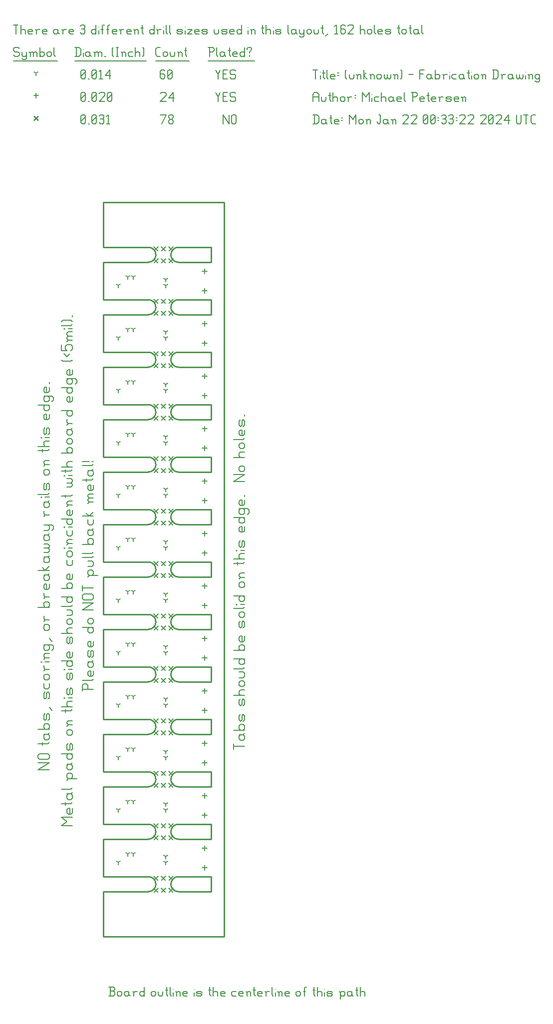
<source format=gbr>
G04 start of page 13 for group -3984 idx -3984 *
G04 Title: (unknown), fab *
G04 Creator: pcb 4.0.2 *
G04 CreationDate: Mon Jan 22 00:33:22 2024 UTC *
G04 For: railfan *
G04 Format: Gerber/RS-274X *
G04 PCB-Dimensions (mil): 3000.00 5500.00 *
G04 PCB-Coordinate-Origin: lower left *
%MOIN*%
%FSLAX25Y25*%
%LNFAB*%
%ADD44C,0.0093*%
%ADD43C,0.0074*%
%ADD42C,0.0100*%
%ADD41C,0.0075*%
%ADD40C,0.0060*%
%ADD39C,0.0001*%
G54D39*G36*
X103800Y62766D02*X106766Y59800D01*
X106200Y59234D01*
X103234Y62200D01*
X103800Y62766D01*
G37*
G36*
X103234Y59800D02*X106200Y62766D01*
X106766Y62200D01*
X103800Y59234D01*
X103234Y59800D01*
G37*
G36*
X93800Y62766D02*X96766Y59800D01*
X96200Y59234D01*
X93234Y62200D01*
X93800Y62766D01*
G37*
G36*
X93234Y59800D02*X96200Y62766D01*
X96766Y62200D01*
X93800Y59234D01*
X93234Y59800D01*
G37*
G36*
X98800Y62766D02*X101766Y59800D01*
X101200Y59234D01*
X98234Y62200D01*
X98800Y62766D01*
G37*
G36*
X98234Y59800D02*X101200Y62766D01*
X101766Y62200D01*
X98800Y59234D01*
X98234Y59800D01*
G37*
G36*
X103800Y70766D02*X106766Y67800D01*
X106200Y67234D01*
X103234Y70200D01*
X103800Y70766D01*
G37*
G36*
X103234Y67800D02*X106200Y70766D01*
X106766Y70200D01*
X103800Y67234D01*
X103234Y67800D01*
G37*
G36*
X98800Y70766D02*X101766Y67800D01*
X101200Y67234D01*
X98234Y70200D01*
X98800Y70766D01*
G37*
G36*
X98234Y67800D02*X101200Y70766D01*
X101766Y70200D01*
X98800Y67234D01*
X98234Y67800D01*
G37*
G36*
X93800Y70766D02*X96766Y67800D01*
X96200Y67234D01*
X93234Y70200D01*
X93800Y70766D01*
G37*
G36*
X93234Y67800D02*X96200Y70766D01*
X96766Y70200D01*
X93800Y67234D01*
X93234Y67800D01*
G37*
G36*
X103800Y97766D02*X106766Y94800D01*
X106200Y94234D01*
X103234Y97200D01*
X103800Y97766D01*
G37*
G36*
X103234Y94800D02*X106200Y97766D01*
X106766Y97200D01*
X103800Y94234D01*
X103234Y94800D01*
G37*
G36*
X93800Y97766D02*X96766Y94800D01*
X96200Y94234D01*
X93234Y97200D01*
X93800Y97766D01*
G37*
G36*
X93234Y94800D02*X96200Y97766D01*
X96766Y97200D01*
X93800Y94234D01*
X93234Y94800D01*
G37*
G36*
X98800Y97766D02*X101766Y94800D01*
X101200Y94234D01*
X98234Y97200D01*
X98800Y97766D01*
G37*
G36*
X98234Y94800D02*X101200Y97766D01*
X101766Y97200D01*
X98800Y94234D01*
X98234Y94800D01*
G37*
G36*
X103800Y105766D02*X106766Y102800D01*
X106200Y102234D01*
X103234Y105200D01*
X103800Y105766D01*
G37*
G36*
X103234Y102800D02*X106200Y105766D01*
X106766Y105200D01*
X103800Y102234D01*
X103234Y102800D01*
G37*
G36*
X98800Y105766D02*X101766Y102800D01*
X101200Y102234D01*
X98234Y105200D01*
X98800Y105766D01*
G37*
G36*
X98234Y102800D02*X101200Y105766D01*
X101766Y105200D01*
X98800Y102234D01*
X98234Y102800D01*
G37*
G36*
X93800Y105766D02*X96766Y102800D01*
X96200Y102234D01*
X93234Y105200D01*
X93800Y105766D01*
G37*
G36*
X93234Y102800D02*X96200Y105766D01*
X96766Y105200D01*
X93800Y102234D01*
X93234Y102800D01*
G37*
G36*
X103800Y132766D02*X106766Y129800D01*
X106200Y129234D01*
X103234Y132200D01*
X103800Y132766D01*
G37*
G36*
X103234Y129800D02*X106200Y132766D01*
X106766Y132200D01*
X103800Y129234D01*
X103234Y129800D01*
G37*
G36*
X93800Y132766D02*X96766Y129800D01*
X96200Y129234D01*
X93234Y132200D01*
X93800Y132766D01*
G37*
G36*
X93234Y129800D02*X96200Y132766D01*
X96766Y132200D01*
X93800Y129234D01*
X93234Y129800D01*
G37*
G36*
X98800Y132766D02*X101766Y129800D01*
X101200Y129234D01*
X98234Y132200D01*
X98800Y132766D01*
G37*
G36*
X98234Y129800D02*X101200Y132766D01*
X101766Y132200D01*
X98800Y129234D01*
X98234Y129800D01*
G37*
G36*
X103800Y140766D02*X106766Y137800D01*
X106200Y137234D01*
X103234Y140200D01*
X103800Y140766D01*
G37*
G36*
X103234Y137800D02*X106200Y140766D01*
X106766Y140200D01*
X103800Y137234D01*
X103234Y137800D01*
G37*
G36*
X98800Y140766D02*X101766Y137800D01*
X101200Y137234D01*
X98234Y140200D01*
X98800Y140766D01*
G37*
G36*
X98234Y137800D02*X101200Y140766D01*
X101766Y140200D01*
X98800Y137234D01*
X98234Y137800D01*
G37*
G36*
X93800Y140766D02*X96766Y137800D01*
X96200Y137234D01*
X93234Y140200D01*
X93800Y140766D01*
G37*
G36*
X93234Y137800D02*X96200Y140766D01*
X96766Y140200D01*
X93800Y137234D01*
X93234Y137800D01*
G37*
G36*
X103800Y167766D02*X106766Y164800D01*
X106200Y164234D01*
X103234Y167200D01*
X103800Y167766D01*
G37*
G36*
X103234Y164800D02*X106200Y167766D01*
X106766Y167200D01*
X103800Y164234D01*
X103234Y164800D01*
G37*
G36*
X93800Y167766D02*X96766Y164800D01*
X96200Y164234D01*
X93234Y167200D01*
X93800Y167766D01*
G37*
G36*
X93234Y164800D02*X96200Y167766D01*
X96766Y167200D01*
X93800Y164234D01*
X93234Y164800D01*
G37*
G36*
X98800Y167766D02*X101766Y164800D01*
X101200Y164234D01*
X98234Y167200D01*
X98800Y167766D01*
G37*
G36*
X98234Y164800D02*X101200Y167766D01*
X101766Y167200D01*
X98800Y164234D01*
X98234Y164800D01*
G37*
G36*
X103800Y175766D02*X106766Y172800D01*
X106200Y172234D01*
X103234Y175200D01*
X103800Y175766D01*
G37*
G36*
X103234Y172800D02*X106200Y175766D01*
X106766Y175200D01*
X103800Y172234D01*
X103234Y172800D01*
G37*
G36*
X98800Y175766D02*X101766Y172800D01*
X101200Y172234D01*
X98234Y175200D01*
X98800Y175766D01*
G37*
G36*
X98234Y172800D02*X101200Y175766D01*
X101766Y175200D01*
X98800Y172234D01*
X98234Y172800D01*
G37*
G36*
X93800Y175766D02*X96766Y172800D01*
X96200Y172234D01*
X93234Y175200D01*
X93800Y175766D01*
G37*
G36*
X93234Y172800D02*X96200Y175766D01*
X96766Y175200D01*
X93800Y172234D01*
X93234Y172800D01*
G37*
G36*
X103800Y202766D02*X106766Y199800D01*
X106200Y199234D01*
X103234Y202200D01*
X103800Y202766D01*
G37*
G36*
X103234Y199800D02*X106200Y202766D01*
X106766Y202200D01*
X103800Y199234D01*
X103234Y199800D01*
G37*
G36*
X93800Y202766D02*X96766Y199800D01*
X96200Y199234D01*
X93234Y202200D01*
X93800Y202766D01*
G37*
G36*
X93234Y199800D02*X96200Y202766D01*
X96766Y202200D01*
X93800Y199234D01*
X93234Y199800D01*
G37*
G36*
X98800Y202766D02*X101766Y199800D01*
X101200Y199234D01*
X98234Y202200D01*
X98800Y202766D01*
G37*
G36*
X98234Y199800D02*X101200Y202766D01*
X101766Y202200D01*
X98800Y199234D01*
X98234Y199800D01*
G37*
G36*
X103800Y210766D02*X106766Y207800D01*
X106200Y207234D01*
X103234Y210200D01*
X103800Y210766D01*
G37*
G36*
X103234Y207800D02*X106200Y210766D01*
X106766Y210200D01*
X103800Y207234D01*
X103234Y207800D01*
G37*
G36*
X98800Y210766D02*X101766Y207800D01*
X101200Y207234D01*
X98234Y210200D01*
X98800Y210766D01*
G37*
G36*
X98234Y207800D02*X101200Y210766D01*
X101766Y210200D01*
X98800Y207234D01*
X98234Y207800D01*
G37*
G36*
X93800Y210766D02*X96766Y207800D01*
X96200Y207234D01*
X93234Y210200D01*
X93800Y210766D01*
G37*
G36*
X93234Y207800D02*X96200Y210766D01*
X96766Y210200D01*
X93800Y207234D01*
X93234Y207800D01*
G37*
G36*
X103800Y237766D02*X106766Y234800D01*
X106200Y234234D01*
X103234Y237200D01*
X103800Y237766D01*
G37*
G36*
X103234Y234800D02*X106200Y237766D01*
X106766Y237200D01*
X103800Y234234D01*
X103234Y234800D01*
G37*
G36*
X93800Y237766D02*X96766Y234800D01*
X96200Y234234D01*
X93234Y237200D01*
X93800Y237766D01*
G37*
G36*
X93234Y234800D02*X96200Y237766D01*
X96766Y237200D01*
X93800Y234234D01*
X93234Y234800D01*
G37*
G36*
X98800Y237766D02*X101766Y234800D01*
X101200Y234234D01*
X98234Y237200D01*
X98800Y237766D01*
G37*
G36*
X98234Y234800D02*X101200Y237766D01*
X101766Y237200D01*
X98800Y234234D01*
X98234Y234800D01*
G37*
G36*
X103800Y245766D02*X106766Y242800D01*
X106200Y242234D01*
X103234Y245200D01*
X103800Y245766D01*
G37*
G36*
X103234Y242800D02*X106200Y245766D01*
X106766Y245200D01*
X103800Y242234D01*
X103234Y242800D01*
G37*
G36*
X98800Y245766D02*X101766Y242800D01*
X101200Y242234D01*
X98234Y245200D01*
X98800Y245766D01*
G37*
G36*
X98234Y242800D02*X101200Y245766D01*
X101766Y245200D01*
X98800Y242234D01*
X98234Y242800D01*
G37*
G36*
X93800Y245766D02*X96766Y242800D01*
X96200Y242234D01*
X93234Y245200D01*
X93800Y245766D01*
G37*
G36*
X93234Y242800D02*X96200Y245766D01*
X96766Y245200D01*
X93800Y242234D01*
X93234Y242800D01*
G37*
G36*
X103800Y272766D02*X106766Y269800D01*
X106200Y269234D01*
X103234Y272200D01*
X103800Y272766D01*
G37*
G36*
X103234Y269800D02*X106200Y272766D01*
X106766Y272200D01*
X103800Y269234D01*
X103234Y269800D01*
G37*
G36*
X93800Y272766D02*X96766Y269800D01*
X96200Y269234D01*
X93234Y272200D01*
X93800Y272766D01*
G37*
G36*
X93234Y269800D02*X96200Y272766D01*
X96766Y272200D01*
X93800Y269234D01*
X93234Y269800D01*
G37*
G36*
X98800Y272766D02*X101766Y269800D01*
X101200Y269234D01*
X98234Y272200D01*
X98800Y272766D01*
G37*
G36*
X98234Y269800D02*X101200Y272766D01*
X101766Y272200D01*
X98800Y269234D01*
X98234Y269800D01*
G37*
G36*
X103800Y280766D02*X106766Y277800D01*
X106200Y277234D01*
X103234Y280200D01*
X103800Y280766D01*
G37*
G36*
X103234Y277800D02*X106200Y280766D01*
X106766Y280200D01*
X103800Y277234D01*
X103234Y277800D01*
G37*
G36*
X98800Y280766D02*X101766Y277800D01*
X101200Y277234D01*
X98234Y280200D01*
X98800Y280766D01*
G37*
G36*
X98234Y277800D02*X101200Y280766D01*
X101766Y280200D01*
X98800Y277234D01*
X98234Y277800D01*
G37*
G36*
X93800Y280766D02*X96766Y277800D01*
X96200Y277234D01*
X93234Y280200D01*
X93800Y280766D01*
G37*
G36*
X93234Y277800D02*X96200Y280766D01*
X96766Y280200D01*
X93800Y277234D01*
X93234Y277800D01*
G37*
G36*
X103800Y307766D02*X106766Y304800D01*
X106200Y304234D01*
X103234Y307200D01*
X103800Y307766D01*
G37*
G36*
X103234Y304800D02*X106200Y307766D01*
X106766Y307200D01*
X103800Y304234D01*
X103234Y304800D01*
G37*
G36*
X93800Y307766D02*X96766Y304800D01*
X96200Y304234D01*
X93234Y307200D01*
X93800Y307766D01*
G37*
G36*
X93234Y304800D02*X96200Y307766D01*
X96766Y307200D01*
X93800Y304234D01*
X93234Y304800D01*
G37*
G36*
X98800Y307766D02*X101766Y304800D01*
X101200Y304234D01*
X98234Y307200D01*
X98800Y307766D01*
G37*
G36*
X98234Y304800D02*X101200Y307766D01*
X101766Y307200D01*
X98800Y304234D01*
X98234Y304800D01*
G37*
G36*
X103800Y315766D02*X106766Y312800D01*
X106200Y312234D01*
X103234Y315200D01*
X103800Y315766D01*
G37*
G36*
X103234Y312800D02*X106200Y315766D01*
X106766Y315200D01*
X103800Y312234D01*
X103234Y312800D01*
G37*
G36*
X98800Y315766D02*X101766Y312800D01*
X101200Y312234D01*
X98234Y315200D01*
X98800Y315766D01*
G37*
G36*
X98234Y312800D02*X101200Y315766D01*
X101766Y315200D01*
X98800Y312234D01*
X98234Y312800D01*
G37*
G36*
X93800Y315766D02*X96766Y312800D01*
X96200Y312234D01*
X93234Y315200D01*
X93800Y315766D01*
G37*
G36*
X93234Y312800D02*X96200Y315766D01*
X96766Y315200D01*
X93800Y312234D01*
X93234Y312800D01*
G37*
G36*
X103800Y342766D02*X106766Y339800D01*
X106200Y339234D01*
X103234Y342200D01*
X103800Y342766D01*
G37*
G36*
X103234Y339800D02*X106200Y342766D01*
X106766Y342200D01*
X103800Y339234D01*
X103234Y339800D01*
G37*
G36*
X93800Y342766D02*X96766Y339800D01*
X96200Y339234D01*
X93234Y342200D01*
X93800Y342766D01*
G37*
G36*
X93234Y339800D02*X96200Y342766D01*
X96766Y342200D01*
X93800Y339234D01*
X93234Y339800D01*
G37*
G36*
X98800Y342766D02*X101766Y339800D01*
X101200Y339234D01*
X98234Y342200D01*
X98800Y342766D01*
G37*
G36*
X98234Y339800D02*X101200Y342766D01*
X101766Y342200D01*
X98800Y339234D01*
X98234Y339800D01*
G37*
G36*
X103800Y350766D02*X106766Y347800D01*
X106200Y347234D01*
X103234Y350200D01*
X103800Y350766D01*
G37*
G36*
X103234Y347800D02*X106200Y350766D01*
X106766Y350200D01*
X103800Y347234D01*
X103234Y347800D01*
G37*
G36*
X98800Y350766D02*X101766Y347800D01*
X101200Y347234D01*
X98234Y350200D01*
X98800Y350766D01*
G37*
G36*
X98234Y347800D02*X101200Y350766D01*
X101766Y350200D01*
X98800Y347234D01*
X98234Y347800D01*
G37*
G36*
X93800Y350766D02*X96766Y347800D01*
X96200Y347234D01*
X93234Y350200D01*
X93800Y350766D01*
G37*
G36*
X93234Y347800D02*X96200Y350766D01*
X96766Y350200D01*
X93800Y347234D01*
X93234Y347800D01*
G37*
G36*
X103800Y377766D02*X106766Y374800D01*
X106200Y374234D01*
X103234Y377200D01*
X103800Y377766D01*
G37*
G36*
X103234Y374800D02*X106200Y377766D01*
X106766Y377200D01*
X103800Y374234D01*
X103234Y374800D01*
G37*
G36*
X93800Y377766D02*X96766Y374800D01*
X96200Y374234D01*
X93234Y377200D01*
X93800Y377766D01*
G37*
G36*
X93234Y374800D02*X96200Y377766D01*
X96766Y377200D01*
X93800Y374234D01*
X93234Y374800D01*
G37*
G36*
X98800Y377766D02*X101766Y374800D01*
X101200Y374234D01*
X98234Y377200D01*
X98800Y377766D01*
G37*
G36*
X98234Y374800D02*X101200Y377766D01*
X101766Y377200D01*
X98800Y374234D01*
X98234Y374800D01*
G37*
G36*
X103800Y385766D02*X106766Y382800D01*
X106200Y382234D01*
X103234Y385200D01*
X103800Y385766D01*
G37*
G36*
X103234Y382800D02*X106200Y385766D01*
X106766Y385200D01*
X103800Y382234D01*
X103234Y382800D01*
G37*
G36*
X98800Y385766D02*X101766Y382800D01*
X101200Y382234D01*
X98234Y385200D01*
X98800Y385766D01*
G37*
G36*
X98234Y382800D02*X101200Y385766D01*
X101766Y385200D01*
X98800Y382234D01*
X98234Y382800D01*
G37*
G36*
X93800Y385766D02*X96766Y382800D01*
X96200Y382234D01*
X93234Y385200D01*
X93800Y385766D01*
G37*
G36*
X93234Y382800D02*X96200Y385766D01*
X96766Y385200D01*
X93800Y382234D01*
X93234Y382800D01*
G37*
G36*
X103800Y412766D02*X106766Y409800D01*
X106200Y409234D01*
X103234Y412200D01*
X103800Y412766D01*
G37*
G36*
X103234Y409800D02*X106200Y412766D01*
X106766Y412200D01*
X103800Y409234D01*
X103234Y409800D01*
G37*
G36*
X93800Y412766D02*X96766Y409800D01*
X96200Y409234D01*
X93234Y412200D01*
X93800Y412766D01*
G37*
G36*
X93234Y409800D02*X96200Y412766D01*
X96766Y412200D01*
X93800Y409234D01*
X93234Y409800D01*
G37*
G36*
X98800Y412766D02*X101766Y409800D01*
X101200Y409234D01*
X98234Y412200D01*
X98800Y412766D01*
G37*
G36*
X98234Y409800D02*X101200Y412766D01*
X101766Y412200D01*
X98800Y409234D01*
X98234Y409800D01*
G37*
G36*
X103800Y420766D02*X106766Y417800D01*
X106200Y417234D01*
X103234Y420200D01*
X103800Y420766D01*
G37*
G36*
X103234Y417800D02*X106200Y420766D01*
X106766Y420200D01*
X103800Y417234D01*
X103234Y417800D01*
G37*
G36*
X98800Y420766D02*X101766Y417800D01*
X101200Y417234D01*
X98234Y420200D01*
X98800Y420766D01*
G37*
G36*
X98234Y417800D02*X101200Y420766D01*
X101766Y420200D01*
X98800Y417234D01*
X98234Y417800D01*
G37*
G36*
X93800Y420766D02*X96766Y417800D01*
X96200Y417234D01*
X93234Y420200D01*
X93800Y420766D01*
G37*
G36*
X93234Y417800D02*X96200Y420766D01*
X96766Y420200D01*
X93800Y417234D01*
X93234Y417800D01*
G37*
G36*
X103800Y447766D02*X106766Y444800D01*
X106200Y444234D01*
X103234Y447200D01*
X103800Y447766D01*
G37*
G36*
X103234Y444800D02*X106200Y447766D01*
X106766Y447200D01*
X103800Y444234D01*
X103234Y444800D01*
G37*
G36*
X93800Y447766D02*X96766Y444800D01*
X96200Y444234D01*
X93234Y447200D01*
X93800Y447766D01*
G37*
G36*
X93234Y444800D02*X96200Y447766D01*
X96766Y447200D01*
X93800Y444234D01*
X93234Y444800D01*
G37*
G36*
X98800Y447766D02*X101766Y444800D01*
X101200Y444234D01*
X98234Y447200D01*
X98800Y447766D01*
G37*
G36*
X98234Y444800D02*X101200Y447766D01*
X101766Y447200D01*
X98800Y444234D01*
X98234Y444800D01*
G37*
G36*
X103800Y455766D02*X106766Y452800D01*
X106200Y452234D01*
X103234Y455200D01*
X103800Y455766D01*
G37*
G36*
X103234Y452800D02*X106200Y455766D01*
X106766Y455200D01*
X103800Y452234D01*
X103234Y452800D01*
G37*
G36*
X98800Y455766D02*X101766Y452800D01*
X101200Y452234D01*
X98234Y455200D01*
X98800Y455766D01*
G37*
G36*
X98234Y452800D02*X101200Y455766D01*
X101766Y455200D01*
X98800Y452234D01*
X98234Y452800D01*
G37*
G36*
X93800Y455766D02*X96766Y452800D01*
X96200Y452234D01*
X93234Y455200D01*
X93800Y455766D01*
G37*
G36*
X93234Y452800D02*X96200Y455766D01*
X96766Y455200D01*
X93800Y452234D01*
X93234Y452800D01*
G37*
G36*
X103800Y482766D02*X106766Y479800D01*
X106200Y479234D01*
X103234Y482200D01*
X103800Y482766D01*
G37*
G36*
X103234Y479800D02*X106200Y482766D01*
X106766Y482200D01*
X103800Y479234D01*
X103234Y479800D01*
G37*
G36*
X93800Y482766D02*X96766Y479800D01*
X96200Y479234D01*
X93234Y482200D01*
X93800Y482766D01*
G37*
G36*
X93234Y479800D02*X96200Y482766D01*
X96766Y482200D01*
X93800Y479234D01*
X93234Y479800D01*
G37*
G36*
X98800Y482766D02*X101766Y479800D01*
X101200Y479234D01*
X98234Y482200D01*
X98800Y482766D01*
G37*
G36*
X98234Y479800D02*X101200Y482766D01*
X101766Y482200D01*
X98800Y479234D01*
X98234Y479800D01*
G37*
G36*
X103800Y490766D02*X106766Y487800D01*
X106200Y487234D01*
X103234Y490200D01*
X103800Y490766D01*
G37*
G36*
X103234Y487800D02*X106200Y490766D01*
X106766Y490200D01*
X103800Y487234D01*
X103234Y487800D01*
G37*
G36*
X98800Y490766D02*X101766Y487800D01*
X101200Y487234D01*
X98234Y490200D01*
X98800Y490766D01*
G37*
G36*
X98234Y487800D02*X101200Y490766D01*
X101766Y490200D01*
X98800Y487234D01*
X98234Y487800D01*
G37*
G36*
X93800Y490766D02*X96766Y487800D01*
X96200Y487234D01*
X93234Y490200D01*
X93800Y490766D01*
G37*
G36*
X93234Y487800D02*X96200Y490766D01*
X96766Y490200D01*
X93800Y487234D01*
X93234Y487800D01*
G37*
G36*
X13800Y578016D02*X16766Y575050D01*
X16200Y574484D01*
X13234Y577450D01*
X13800Y578016D01*
G37*
G36*
X13234Y575050D02*X16200Y578016D01*
X16766Y577450D01*
X13800Y574484D01*
X13234Y575050D01*
G37*
G54D40*X140000Y578500D02*Y572500D01*
Y578500D02*X143750Y572500D01*
Y578500D02*Y572500D01*
X145550Y577750D02*Y573250D01*
Y577750D02*X146300Y578500D01*
X147800D01*
X148550Y577750D01*
Y573250D01*
X147800Y572500D02*X148550Y573250D01*
X146300Y572500D02*X147800D01*
X145550Y573250D02*X146300Y572500D01*
X98750D02*X101750Y578500D01*
X98000D02*X101750D01*
X103550Y573250D02*X104300Y572500D01*
X103550Y574450D02*Y573250D01*
Y574450D02*X104600Y575500D01*
X105500D01*
X106550Y574450D01*
Y573250D01*
X105800Y572500D02*X106550Y573250D01*
X104300Y572500D02*X105800D01*
X103550Y576550D02*X104600Y575500D01*
X103550Y577750D02*Y576550D01*
Y577750D02*X104300Y578500D01*
X105800D01*
X106550Y577750D01*
Y576550D01*
X105500Y575500D02*X106550Y576550D01*
X45000Y573250D02*X45750Y572500D01*
X45000Y577750D02*Y573250D01*
Y577750D02*X45750Y578500D01*
X47250D01*
X48000Y577750D01*
Y573250D01*
X47250Y572500D02*X48000Y573250D01*
X45750Y572500D02*X47250D01*
X45000Y574000D02*X48000Y577000D01*
X49800Y572500D02*X50550D01*
X52350Y573250D02*X53100Y572500D01*
X52350Y577750D02*Y573250D01*
Y577750D02*X53100Y578500D01*
X54600D01*
X55350Y577750D01*
Y573250D01*
X54600Y572500D02*X55350Y573250D01*
X53100Y572500D02*X54600D01*
X52350Y574000D02*X55350Y577000D01*
X57150Y577750D02*X57900Y578500D01*
X59400D01*
X60150Y577750D01*
X59400Y572500D02*X60150Y573250D01*
X57900Y572500D02*X59400D01*
X57150Y573250D02*X57900Y572500D01*
Y575800D02*X59400D01*
X60150Y577750D02*Y576550D01*
Y575050D02*Y573250D01*
Y575050D02*X59400Y575800D01*
X60150Y576550D02*X59400Y575800D01*
X61950Y577300D02*X63150Y578500D01*
Y572500D01*
X61950D02*X64200D01*
X127500Y90600D02*Y87400D01*
X125900Y89000D02*X129100D01*
X127500Y77600D02*Y74400D01*
X125900Y76000D02*X129100D01*
X127500Y125600D02*Y122400D01*
X125900Y124000D02*X129100D01*
X127500Y112600D02*Y109400D01*
X125900Y111000D02*X129100D01*
X127500Y160600D02*Y157400D01*
X125900Y159000D02*X129100D01*
X127500Y147600D02*Y144400D01*
X125900Y146000D02*X129100D01*
X127500Y195600D02*Y192400D01*
X125900Y194000D02*X129100D01*
X127500Y182600D02*Y179400D01*
X125900Y181000D02*X129100D01*
X127500Y230600D02*Y227400D01*
X125900Y229000D02*X129100D01*
X127500Y217600D02*Y214400D01*
X125900Y216000D02*X129100D01*
X127500Y265600D02*Y262400D01*
X125900Y264000D02*X129100D01*
X127500Y252600D02*Y249400D01*
X125900Y251000D02*X129100D01*
X127500Y300600D02*Y297400D01*
X125900Y299000D02*X129100D01*
X127500Y287600D02*Y284400D01*
X125900Y286000D02*X129100D01*
X127500Y335600D02*Y332400D01*
X125900Y334000D02*X129100D01*
X127500Y322600D02*Y319400D01*
X125900Y321000D02*X129100D01*
X127500Y370600D02*Y367400D01*
X125900Y369000D02*X129100D01*
X127500Y357600D02*Y354400D01*
X125900Y356000D02*X129100D01*
X127500Y405600D02*Y402400D01*
X125900Y404000D02*X129100D01*
X127500Y392600D02*Y389400D01*
X125900Y391000D02*X129100D01*
X127500Y440600D02*Y437400D01*
X125900Y439000D02*X129100D01*
X127500Y427600D02*Y424400D01*
X125900Y426000D02*X129100D01*
X127500Y475600D02*Y472400D01*
X125900Y474000D02*X129100D01*
X127500Y462600D02*Y459400D01*
X125900Y461000D02*X129100D01*
X15000Y592850D02*Y589650D01*
X13400Y591250D02*X16600D01*
X135000Y593500D02*X136500Y590500D01*
X138000Y593500D01*
X136500Y590500D02*Y587500D01*
X139800Y590800D02*X142050D01*
X139800Y587500D02*X142800D01*
X139800Y593500D02*Y587500D01*
Y593500D02*X142800D01*
X147600D02*X148350Y592750D01*
X145350Y593500D02*X147600D01*
X144600Y592750D02*X145350Y593500D01*
X144600Y592750D02*Y591250D01*
X145350Y590500D01*
X147600D01*
X148350Y589750D01*
Y588250D01*
X147600Y587500D02*X148350Y588250D01*
X145350Y587500D02*X147600D01*
X144600Y588250D02*X145350Y587500D01*
X98000Y592750D02*X98750Y593500D01*
X101000D01*
X101750Y592750D01*
Y591250D01*
X98000Y587500D02*X101750Y591250D01*
X98000Y587500D02*X101750D01*
X103550Y589750D02*X106550Y593500D01*
X103550Y589750D02*X107300D01*
X106550Y593500D02*Y587500D01*
X45000Y588250D02*X45750Y587500D01*
X45000Y592750D02*Y588250D01*
Y592750D02*X45750Y593500D01*
X47250D01*
X48000Y592750D01*
Y588250D01*
X47250Y587500D02*X48000Y588250D01*
X45750Y587500D02*X47250D01*
X45000Y589000D02*X48000Y592000D01*
X49800Y587500D02*X50550D01*
X52350Y588250D02*X53100Y587500D01*
X52350Y592750D02*Y588250D01*
Y592750D02*X53100Y593500D01*
X54600D01*
X55350Y592750D01*
Y588250D01*
X54600Y587500D02*X55350Y588250D01*
X53100Y587500D02*X54600D01*
X52350Y589000D02*X55350Y592000D01*
X57150Y592750D02*X57900Y593500D01*
X60150D01*
X60900Y592750D01*
Y591250D01*
X57150Y587500D02*X60900Y591250D01*
X57150Y587500D02*X60900D01*
X62700Y588250D02*X63450Y587500D01*
X62700Y592750D02*Y588250D01*
Y592750D02*X63450Y593500D01*
X64950D01*
X65700Y592750D01*
Y588250D01*
X64950Y587500D02*X65700Y588250D01*
X63450Y587500D02*X64950D01*
X62700Y589000D02*X65700Y592000D01*
X101500Y83500D02*Y81900D01*
Y83500D02*X102887Y84300D01*
X101500Y83500D02*X100113Y84300D01*
X101500Y79500D02*Y77900D01*
Y79500D02*X102887Y80300D01*
X101500Y79500D02*X100113Y80300D01*
X79900Y85300D02*Y83700D01*
Y85300D02*X81287Y86100D01*
X79900Y85300D02*X78513Y86100D01*
X69800Y79700D02*Y78100D01*
Y79700D02*X71187Y80500D01*
X69800Y79700D02*X68413Y80500D01*
X76200Y85300D02*Y83700D01*
Y85300D02*X77587Y86100D01*
X76200Y85300D02*X74813Y86100D01*
X101500Y118500D02*Y116900D01*
Y118500D02*X102887Y119300D01*
X101500Y118500D02*X100113Y119300D01*
X101500Y114500D02*Y112900D01*
Y114500D02*X102887Y115300D01*
X101500Y114500D02*X100113Y115300D01*
X79900Y120300D02*Y118700D01*
Y120300D02*X81287Y121100D01*
X79900Y120300D02*X78513Y121100D01*
X69800Y114700D02*Y113100D01*
Y114700D02*X71187Y115500D01*
X69800Y114700D02*X68413Y115500D01*
X76200Y120300D02*Y118700D01*
Y120300D02*X77587Y121100D01*
X76200Y120300D02*X74813Y121100D01*
X101500Y153500D02*Y151900D01*
Y153500D02*X102887Y154300D01*
X101500Y153500D02*X100113Y154300D01*
X101500Y149500D02*Y147900D01*
Y149500D02*X102887Y150300D01*
X101500Y149500D02*X100113Y150300D01*
X79900Y155300D02*Y153700D01*
Y155300D02*X81287Y156100D01*
X79900Y155300D02*X78513Y156100D01*
X69800Y149700D02*Y148100D01*
Y149700D02*X71187Y150500D01*
X69800Y149700D02*X68413Y150500D01*
X76200Y155300D02*Y153700D01*
Y155300D02*X77587Y156100D01*
X76200Y155300D02*X74813Y156100D01*
X101500Y188500D02*Y186900D01*
Y188500D02*X102887Y189300D01*
X101500Y188500D02*X100113Y189300D01*
X101500Y184500D02*Y182900D01*
Y184500D02*X102887Y185300D01*
X101500Y184500D02*X100113Y185300D01*
X79900Y190300D02*Y188700D01*
Y190300D02*X81287Y191100D01*
X79900Y190300D02*X78513Y191100D01*
X69800Y184700D02*Y183100D01*
Y184700D02*X71187Y185500D01*
X69800Y184700D02*X68413Y185500D01*
X76200Y190300D02*Y188700D01*
Y190300D02*X77587Y191100D01*
X76200Y190300D02*X74813Y191100D01*
X101500Y223500D02*Y221900D01*
Y223500D02*X102887Y224300D01*
X101500Y223500D02*X100113Y224300D01*
X101500Y219500D02*Y217900D01*
Y219500D02*X102887Y220300D01*
X101500Y219500D02*X100113Y220300D01*
X79900Y225300D02*Y223700D01*
Y225300D02*X81287Y226100D01*
X79900Y225300D02*X78513Y226100D01*
X69800Y219700D02*Y218100D01*
Y219700D02*X71187Y220500D01*
X69800Y219700D02*X68413Y220500D01*
X76200Y225300D02*Y223700D01*
Y225300D02*X77587Y226100D01*
X76200Y225300D02*X74813Y226100D01*
X101500Y258500D02*Y256900D01*
Y258500D02*X102887Y259300D01*
X101500Y258500D02*X100113Y259300D01*
X101500Y254500D02*Y252900D01*
Y254500D02*X102887Y255300D01*
X101500Y254500D02*X100113Y255300D01*
X79900Y260300D02*Y258700D01*
Y260300D02*X81287Y261100D01*
X79900Y260300D02*X78513Y261100D01*
X69800Y254700D02*Y253100D01*
Y254700D02*X71187Y255500D01*
X69800Y254700D02*X68413Y255500D01*
X76200Y260300D02*Y258700D01*
Y260300D02*X77587Y261100D01*
X76200Y260300D02*X74813Y261100D01*
X101500Y293500D02*Y291900D01*
Y293500D02*X102887Y294300D01*
X101500Y293500D02*X100113Y294300D01*
X101500Y289500D02*Y287900D01*
Y289500D02*X102887Y290300D01*
X101500Y289500D02*X100113Y290300D01*
X79900Y295300D02*Y293700D01*
Y295300D02*X81287Y296100D01*
X79900Y295300D02*X78513Y296100D01*
X69800Y289700D02*Y288100D01*
Y289700D02*X71187Y290500D01*
X69800Y289700D02*X68413Y290500D01*
X76200Y295300D02*Y293700D01*
Y295300D02*X77587Y296100D01*
X76200Y295300D02*X74813Y296100D01*
X101500Y328500D02*Y326900D01*
Y328500D02*X102887Y329300D01*
X101500Y328500D02*X100113Y329300D01*
X101500Y324500D02*Y322900D01*
Y324500D02*X102887Y325300D01*
X101500Y324500D02*X100113Y325300D01*
X79900Y330300D02*Y328700D01*
Y330300D02*X81287Y331100D01*
X79900Y330300D02*X78513Y331100D01*
X69800Y324700D02*Y323100D01*
Y324700D02*X71187Y325500D01*
X69800Y324700D02*X68413Y325500D01*
X76200Y330300D02*Y328700D01*
Y330300D02*X77587Y331100D01*
X76200Y330300D02*X74813Y331100D01*
X101500Y363500D02*Y361900D01*
Y363500D02*X102887Y364300D01*
X101500Y363500D02*X100113Y364300D01*
X101500Y359500D02*Y357900D01*
Y359500D02*X102887Y360300D01*
X101500Y359500D02*X100113Y360300D01*
X79900Y365300D02*Y363700D01*
Y365300D02*X81287Y366100D01*
X79900Y365300D02*X78513Y366100D01*
X69800Y359700D02*Y358100D01*
Y359700D02*X71187Y360500D01*
X69800Y359700D02*X68413Y360500D01*
X76200Y365300D02*Y363700D01*
Y365300D02*X77587Y366100D01*
X76200Y365300D02*X74813Y366100D01*
X101500Y398500D02*Y396900D01*
Y398500D02*X102887Y399300D01*
X101500Y398500D02*X100113Y399300D01*
X101500Y394500D02*Y392900D01*
Y394500D02*X102887Y395300D01*
X101500Y394500D02*X100113Y395300D01*
X79900Y400300D02*Y398700D01*
Y400300D02*X81287Y401100D01*
X79900Y400300D02*X78513Y401100D01*
X69800Y394700D02*Y393100D01*
Y394700D02*X71187Y395500D01*
X69800Y394700D02*X68413Y395500D01*
X76200Y400300D02*Y398700D01*
Y400300D02*X77587Y401100D01*
X76200Y400300D02*X74813Y401100D01*
X101500Y433500D02*Y431900D01*
Y433500D02*X102887Y434300D01*
X101500Y433500D02*X100113Y434300D01*
X101500Y429500D02*Y427900D01*
Y429500D02*X102887Y430300D01*
X101500Y429500D02*X100113Y430300D01*
X79900Y435300D02*Y433700D01*
Y435300D02*X81287Y436100D01*
X79900Y435300D02*X78513Y436100D01*
X69800Y429700D02*Y428100D01*
Y429700D02*X71187Y430500D01*
X69800Y429700D02*X68413Y430500D01*
X76200Y435300D02*Y433700D01*
Y435300D02*X77587Y436100D01*
X76200Y435300D02*X74813Y436100D01*
X101500Y468500D02*Y466900D01*
Y468500D02*X102887Y469300D01*
X101500Y468500D02*X100113Y469300D01*
X101500Y464500D02*Y462900D01*
Y464500D02*X102887Y465300D01*
X101500Y464500D02*X100113Y465300D01*
X79900Y470300D02*Y468700D01*
Y470300D02*X81287Y471100D01*
X79900Y470300D02*X78513Y471100D01*
X69800Y464700D02*Y463100D01*
Y464700D02*X71187Y465500D01*
X69800Y464700D02*X68413Y465500D01*
X76200Y470300D02*Y468700D01*
Y470300D02*X77587Y471100D01*
X76200Y470300D02*X74813Y471100D01*
X15000Y606250D02*Y604650D01*
Y606250D02*X16387Y607050D01*
X15000Y606250D02*X13613Y607050D01*
X135000Y608500D02*X136500Y605500D01*
X138000Y608500D01*
X136500Y605500D02*Y602500D01*
X139800Y605800D02*X142050D01*
X139800Y602500D02*X142800D01*
X139800Y608500D02*Y602500D01*
Y608500D02*X142800D01*
X147600D02*X148350Y607750D01*
X145350Y608500D02*X147600D01*
X144600Y607750D02*X145350Y608500D01*
X144600Y607750D02*Y606250D01*
X145350Y605500D01*
X147600D01*
X148350Y604750D01*
Y603250D01*
X147600Y602500D02*X148350Y603250D01*
X145350Y602500D02*X147600D01*
X144600Y603250D02*X145350Y602500D01*
X100250Y608500D02*X101000Y607750D01*
X98750Y608500D02*X100250D01*
X98000Y607750D02*X98750Y608500D01*
X98000Y607750D02*Y603250D01*
X98750Y602500D01*
X100250Y605800D02*X101000Y605050D01*
X98000Y605800D02*X100250D01*
X98750Y602500D02*X100250D01*
X101000Y603250D01*
Y605050D02*Y603250D01*
X102800D02*X103550Y602500D01*
X102800Y607750D02*Y603250D01*
Y607750D02*X103550Y608500D01*
X105050D01*
X105800Y607750D01*
Y603250D01*
X105050Y602500D02*X105800Y603250D01*
X103550Y602500D02*X105050D01*
X102800Y604000D02*X105800Y607000D01*
X45000Y603250D02*X45750Y602500D01*
X45000Y607750D02*Y603250D01*
Y607750D02*X45750Y608500D01*
X47250D01*
X48000Y607750D01*
Y603250D01*
X47250Y602500D02*X48000Y603250D01*
X45750Y602500D02*X47250D01*
X45000Y604000D02*X48000Y607000D01*
X49800Y602500D02*X50550D01*
X52350Y603250D02*X53100Y602500D01*
X52350Y607750D02*Y603250D01*
Y607750D02*X53100Y608500D01*
X54600D01*
X55350Y607750D01*
Y603250D01*
X54600Y602500D02*X55350Y603250D01*
X53100Y602500D02*X54600D01*
X52350Y604000D02*X55350Y607000D01*
X57150Y607300D02*X58350Y608500D01*
Y602500D01*
X57150D02*X59400D01*
X61200Y604750D02*X64200Y608500D01*
X61200Y604750D02*X64950D01*
X64200Y608500D02*Y602500D01*
X3000Y623500D02*X3750Y622750D01*
X750Y623500D02*X3000D01*
X0Y622750D02*X750Y623500D01*
X0Y622750D02*Y621250D01*
X750Y620500D01*
X3000D01*
X3750Y619750D01*
Y618250D01*
X3000Y617500D02*X3750Y618250D01*
X750Y617500D02*X3000D01*
X0Y618250D02*X750Y617500D01*
X5550Y620500D02*Y618250D01*
X6300Y617500D01*
X8550Y620500D02*Y616000D01*
X7800Y615250D02*X8550Y616000D01*
X6300Y615250D02*X7800D01*
X5550Y616000D02*X6300Y615250D01*
Y617500D02*X7800D01*
X8550Y618250D01*
X11100Y619750D02*Y617500D01*
Y619750D02*X11850Y620500D01*
X12600D01*
X13350Y619750D01*
Y617500D01*
Y619750D02*X14100Y620500D01*
X14850D01*
X15600Y619750D01*
Y617500D01*
X10350Y620500D02*X11100Y619750D01*
X17400Y623500D02*Y617500D01*
Y618250D02*X18150Y617500D01*
X19650D01*
X20400Y618250D01*
Y619750D02*Y618250D01*
X19650Y620500D02*X20400Y619750D01*
X18150Y620500D02*X19650D01*
X17400Y619750D02*X18150Y620500D01*
X22200Y619750D02*Y618250D01*
Y619750D02*X22950Y620500D01*
X24450D01*
X25200Y619750D01*
Y618250D01*
X24450Y617500D02*X25200Y618250D01*
X22950Y617500D02*X24450D01*
X22200Y618250D02*X22950Y617500D01*
X27000Y623500D02*Y618250D01*
X27750Y617500D01*
X0Y614250D02*X29250D01*
X41750Y623500D02*Y617500D01*
X43700Y623500D02*X44750Y622450D01*
Y618550D01*
X43700Y617500D02*X44750Y618550D01*
X41000Y617500D02*X43700D01*
X41000Y623500D02*X43700D01*
G54D41*X46550Y622000D02*Y621850D01*
G54D40*Y619750D02*Y617500D01*
X50300Y620500D02*X51050Y619750D01*
X48800Y620500D02*X50300D01*
X48050Y619750D02*X48800Y620500D01*
X48050Y619750D02*Y618250D01*
X48800Y617500D01*
X51050Y620500D02*Y618250D01*
X51800Y617500D01*
X48800D02*X50300D01*
X51050Y618250D01*
X54350Y619750D02*Y617500D01*
Y619750D02*X55100Y620500D01*
X55850D01*
X56600Y619750D01*
Y617500D01*
Y619750D02*X57350Y620500D01*
X58100D01*
X58850Y619750D01*
Y617500D01*
X53600Y620500D02*X54350Y619750D01*
X60650Y617500D02*X61400D01*
X65900Y618250D02*X66650Y617500D01*
X65900Y622750D02*X66650Y623500D01*
X65900Y622750D02*Y618250D01*
X68450Y623500D02*X69950D01*
X69200D02*Y617500D01*
X68450D02*X69950D01*
X72500Y619750D02*Y617500D01*
Y619750D02*X73250Y620500D01*
X74000D01*
X74750Y619750D01*
Y617500D01*
X71750Y620500D02*X72500Y619750D01*
X77300Y620500D02*X79550D01*
X76550Y619750D02*X77300Y620500D01*
X76550Y619750D02*Y618250D01*
X77300Y617500D01*
X79550D01*
X81350Y623500D02*Y617500D01*
Y619750D02*X82100Y620500D01*
X83600D01*
X84350Y619750D01*
Y617500D01*
X86150Y623500D02*X86900Y622750D01*
Y618250D01*
X86150Y617500D02*X86900Y618250D01*
X41000Y614250D02*X88700D01*
X96050Y617500D02*X98000D01*
X95000Y618550D02*X96050Y617500D01*
X95000Y622450D02*Y618550D01*
Y622450D02*X96050Y623500D01*
X98000D01*
X99800Y619750D02*Y618250D01*
Y619750D02*X100550Y620500D01*
X102050D01*
X102800Y619750D01*
Y618250D01*
X102050Y617500D02*X102800Y618250D01*
X100550Y617500D02*X102050D01*
X99800Y618250D02*X100550Y617500D01*
X104600Y620500D02*Y618250D01*
X105350Y617500D01*
X106850D01*
X107600Y618250D01*
Y620500D02*Y618250D01*
X110150Y619750D02*Y617500D01*
Y619750D02*X110900Y620500D01*
X111650D01*
X112400Y619750D01*
Y617500D01*
X109400Y620500D02*X110150Y619750D01*
X114950Y623500D02*Y618250D01*
X115700Y617500D01*
X114200Y621250D02*X115700D01*
X95000Y614250D02*X117200D01*
X130750Y623500D02*Y617500D01*
X130000Y623500D02*X133000D01*
X133750Y622750D01*
Y621250D01*
X133000Y620500D02*X133750Y621250D01*
X130750Y620500D02*X133000D01*
X135550Y623500D02*Y618250D01*
X136300Y617500D01*
X140050Y620500D02*X140800Y619750D01*
X138550Y620500D02*X140050D01*
X137800Y619750D02*X138550Y620500D01*
X137800Y619750D02*Y618250D01*
X138550Y617500D01*
X140800Y620500D02*Y618250D01*
X141550Y617500D01*
X138550D02*X140050D01*
X140800Y618250D01*
X144100Y623500D02*Y618250D01*
X144850Y617500D01*
X143350Y621250D02*X144850D01*
X147100Y617500D02*X149350D01*
X146350Y618250D02*X147100Y617500D01*
X146350Y619750D02*Y618250D01*
Y619750D02*X147100Y620500D01*
X148600D01*
X149350Y619750D01*
X146350Y619000D02*X149350D01*
Y619750D02*Y619000D01*
X154150Y623500D02*Y617500D01*
X153400D02*X154150Y618250D01*
X151900Y617500D02*X153400D01*
X151150Y618250D02*X151900Y617500D01*
X151150Y619750D02*Y618250D01*
Y619750D02*X151900Y620500D01*
X153400D01*
X154150Y619750D01*
X157450Y620500D02*Y619750D01*
Y618250D02*Y617500D01*
X155950Y622750D02*Y622000D01*
Y622750D02*X156700Y623500D01*
X158200D01*
X158950Y622750D01*
Y622000D01*
X157450Y620500D02*X158950Y622000D01*
X130000Y614250D02*X160750D01*
X0Y638500D02*X3000D01*
X1500D02*Y632500D01*
X4800Y638500D02*Y632500D01*
Y634750D02*X5550Y635500D01*
X7050D01*
X7800Y634750D01*
Y632500D01*
X10350D02*X12600D01*
X9600Y633250D02*X10350Y632500D01*
X9600Y634750D02*Y633250D01*
Y634750D02*X10350Y635500D01*
X11850D01*
X12600Y634750D01*
X9600Y634000D02*X12600D01*
Y634750D02*Y634000D01*
X15150Y634750D02*Y632500D01*
Y634750D02*X15900Y635500D01*
X17400D01*
X14400D02*X15150Y634750D01*
X19950Y632500D02*X22200D01*
X19200Y633250D02*X19950Y632500D01*
X19200Y634750D02*Y633250D01*
Y634750D02*X19950Y635500D01*
X21450D01*
X22200Y634750D01*
X19200Y634000D02*X22200D01*
Y634750D02*Y634000D01*
X28950Y635500D02*X29700Y634750D01*
X27450Y635500D02*X28950D01*
X26700Y634750D02*X27450Y635500D01*
X26700Y634750D02*Y633250D01*
X27450Y632500D01*
X29700Y635500D02*Y633250D01*
X30450Y632500D01*
X27450D02*X28950D01*
X29700Y633250D01*
X33000Y634750D02*Y632500D01*
Y634750D02*X33750Y635500D01*
X35250D01*
X32250D02*X33000Y634750D01*
X37800Y632500D02*X40050D01*
X37050Y633250D02*X37800Y632500D01*
X37050Y634750D02*Y633250D01*
Y634750D02*X37800Y635500D01*
X39300D01*
X40050Y634750D01*
X37050Y634000D02*X40050D01*
Y634750D02*Y634000D01*
X44550Y637750D02*X45300Y638500D01*
X46800D01*
X47550Y637750D01*
X46800Y632500D02*X47550Y633250D01*
X45300Y632500D02*X46800D01*
X44550Y633250D02*X45300Y632500D01*
Y635800D02*X46800D01*
X47550Y637750D02*Y636550D01*
Y635050D02*Y633250D01*
Y635050D02*X46800Y635800D01*
X47550Y636550D02*X46800Y635800D01*
X55050Y638500D02*Y632500D01*
X54300D02*X55050Y633250D01*
X52800Y632500D02*X54300D01*
X52050Y633250D02*X52800Y632500D01*
X52050Y634750D02*Y633250D01*
Y634750D02*X52800Y635500D01*
X54300D01*
X55050Y634750D01*
G54D41*X56850Y637000D02*Y636850D01*
G54D40*Y634750D02*Y632500D01*
X59100Y637750D02*Y632500D01*
Y637750D02*X59850Y638500D01*
X60600D01*
X58350Y635500D02*X59850D01*
X62850Y637750D02*Y632500D01*
Y637750D02*X63600Y638500D01*
X64350D01*
X62100Y635500D02*X63600D01*
X66600Y632500D02*X68850D01*
X65850Y633250D02*X66600Y632500D01*
X65850Y634750D02*Y633250D01*
Y634750D02*X66600Y635500D01*
X68100D01*
X68850Y634750D01*
X65850Y634000D02*X68850D01*
Y634750D02*Y634000D01*
X71400Y634750D02*Y632500D01*
Y634750D02*X72150Y635500D01*
X73650D01*
X70650D02*X71400Y634750D01*
X76200Y632500D02*X78450D01*
X75450Y633250D02*X76200Y632500D01*
X75450Y634750D02*Y633250D01*
Y634750D02*X76200Y635500D01*
X77700D01*
X78450Y634750D01*
X75450Y634000D02*X78450D01*
Y634750D02*Y634000D01*
X81000Y634750D02*Y632500D01*
Y634750D02*X81750Y635500D01*
X82500D01*
X83250Y634750D01*
Y632500D01*
X80250Y635500D02*X81000Y634750D01*
X85800Y638500D02*Y633250D01*
X86550Y632500D01*
X85050Y636250D02*X86550D01*
X93750Y638500D02*Y632500D01*
X93000D02*X93750Y633250D01*
X91500Y632500D02*X93000D01*
X90750Y633250D02*X91500Y632500D01*
X90750Y634750D02*Y633250D01*
Y634750D02*X91500Y635500D01*
X93000D01*
X93750Y634750D01*
X96300D02*Y632500D01*
Y634750D02*X97050Y635500D01*
X98550D01*
X95550D02*X96300Y634750D01*
G54D41*X100350Y637000D02*Y636850D01*
G54D40*Y634750D02*Y632500D01*
X101850Y638500D02*Y633250D01*
X102600Y632500D01*
X104100Y638500D02*Y633250D01*
X104850Y632500D01*
X109800D02*X112050D01*
X112800Y633250D01*
X112050Y634000D02*X112800Y633250D01*
X109800Y634000D02*X112050D01*
X109050Y634750D02*X109800Y634000D01*
X109050Y634750D02*X109800Y635500D01*
X112050D01*
X112800Y634750D01*
X109050Y633250D02*X109800Y632500D01*
G54D41*X114600Y637000D02*Y636850D01*
G54D40*Y634750D02*Y632500D01*
X116100Y635500D02*X119100D01*
X116100Y632500D02*X119100Y635500D01*
X116100Y632500D02*X119100D01*
X121650D02*X123900D01*
X120900Y633250D02*X121650Y632500D01*
X120900Y634750D02*Y633250D01*
Y634750D02*X121650Y635500D01*
X123150D01*
X123900Y634750D01*
X120900Y634000D02*X123900D01*
Y634750D02*Y634000D01*
X126450Y632500D02*X128700D01*
X129450Y633250D01*
X128700Y634000D02*X129450Y633250D01*
X126450Y634000D02*X128700D01*
X125700Y634750D02*X126450Y634000D01*
X125700Y634750D02*X126450Y635500D01*
X128700D01*
X129450Y634750D01*
X125700Y633250D02*X126450Y632500D01*
X133950Y635500D02*Y633250D01*
X134700Y632500D01*
X136200D01*
X136950Y633250D01*
Y635500D02*Y633250D01*
X139500Y632500D02*X141750D01*
X142500Y633250D01*
X141750Y634000D02*X142500Y633250D01*
X139500Y634000D02*X141750D01*
X138750Y634750D02*X139500Y634000D01*
X138750Y634750D02*X139500Y635500D01*
X141750D01*
X142500Y634750D01*
X138750Y633250D02*X139500Y632500D01*
X145050D02*X147300D01*
X144300Y633250D02*X145050Y632500D01*
X144300Y634750D02*Y633250D01*
Y634750D02*X145050Y635500D01*
X146550D01*
X147300Y634750D01*
X144300Y634000D02*X147300D01*
Y634750D02*Y634000D01*
X152100Y638500D02*Y632500D01*
X151350D02*X152100Y633250D01*
X149850Y632500D02*X151350D01*
X149100Y633250D02*X149850Y632500D01*
X149100Y634750D02*Y633250D01*
Y634750D02*X149850Y635500D01*
X151350D01*
X152100Y634750D01*
G54D41*X156600Y637000D02*Y636850D01*
G54D40*Y634750D02*Y632500D01*
X158850Y634750D02*Y632500D01*
Y634750D02*X159600Y635500D01*
X160350D01*
X161100Y634750D01*
Y632500D01*
X158100Y635500D02*X158850Y634750D01*
X166350Y638500D02*Y633250D01*
X167100Y632500D01*
X165600Y636250D02*X167100D01*
X168600Y638500D02*Y632500D01*
Y634750D02*X169350Y635500D01*
X170850D01*
X171600Y634750D01*
Y632500D01*
G54D41*X173400Y637000D02*Y636850D01*
G54D40*Y634750D02*Y632500D01*
X175650D02*X177900D01*
X178650Y633250D01*
X177900Y634000D02*X178650Y633250D01*
X175650Y634000D02*X177900D01*
X174900Y634750D02*X175650Y634000D01*
X174900Y634750D02*X175650Y635500D01*
X177900D01*
X178650Y634750D01*
X174900Y633250D02*X175650Y632500D01*
X183150Y638500D02*Y633250D01*
X183900Y632500D01*
X187650Y635500D02*X188400Y634750D01*
X186150Y635500D02*X187650D01*
X185400Y634750D02*X186150Y635500D01*
X185400Y634750D02*Y633250D01*
X186150Y632500D01*
X188400Y635500D02*Y633250D01*
X189150Y632500D01*
X186150D02*X187650D01*
X188400Y633250D01*
X190950Y635500D02*Y633250D01*
X191700Y632500D01*
X193950Y635500D02*Y631000D01*
X193200Y630250D02*X193950Y631000D01*
X191700Y630250D02*X193200D01*
X190950Y631000D02*X191700Y630250D01*
Y632500D02*X193200D01*
X193950Y633250D01*
X195750Y634750D02*Y633250D01*
Y634750D02*X196500Y635500D01*
X198000D01*
X198750Y634750D01*
Y633250D01*
X198000Y632500D02*X198750Y633250D01*
X196500Y632500D02*X198000D01*
X195750Y633250D02*X196500Y632500D01*
X200550Y635500D02*Y633250D01*
X201300Y632500D01*
X202800D01*
X203550Y633250D01*
Y635500D02*Y633250D01*
X206100Y638500D02*Y633250D01*
X206850Y632500D01*
X205350Y636250D02*X206850D01*
X208350Y631000D02*X209850Y632500D01*
X214350Y637300D02*X215550Y638500D01*
Y632500D01*
X214350D02*X216600D01*
X220650Y638500D02*X221400Y637750D01*
X219150Y638500D02*X220650D01*
X218400Y637750D02*X219150Y638500D01*
X218400Y637750D02*Y633250D01*
X219150Y632500D01*
X220650Y635800D02*X221400Y635050D01*
X218400Y635800D02*X220650D01*
X219150Y632500D02*X220650D01*
X221400Y633250D01*
Y635050D02*Y633250D01*
X223200Y637750D02*X223950Y638500D01*
X226200D01*
X226950Y637750D01*
Y636250D01*
X223200Y632500D02*X226950Y636250D01*
X223200Y632500D02*X226950D01*
X231450Y638500D02*Y632500D01*
Y634750D02*X232200Y635500D01*
X233700D01*
X234450Y634750D01*
Y632500D01*
X236250Y634750D02*Y633250D01*
Y634750D02*X237000Y635500D01*
X238500D01*
X239250Y634750D01*
Y633250D01*
X238500Y632500D02*X239250Y633250D01*
X237000Y632500D02*X238500D01*
X236250Y633250D02*X237000Y632500D01*
X241050Y638500D02*Y633250D01*
X241800Y632500D01*
X244050D02*X246300D01*
X243300Y633250D02*X244050Y632500D01*
X243300Y634750D02*Y633250D01*
Y634750D02*X244050Y635500D01*
X245550D01*
X246300Y634750D01*
X243300Y634000D02*X246300D01*
Y634750D02*Y634000D01*
X248850Y632500D02*X251100D01*
X251850Y633250D01*
X251100Y634000D02*X251850Y633250D01*
X248850Y634000D02*X251100D01*
X248100Y634750D02*X248850Y634000D01*
X248100Y634750D02*X248850Y635500D01*
X251100D01*
X251850Y634750D01*
X248100Y633250D02*X248850Y632500D01*
X257100Y638500D02*Y633250D01*
X257850Y632500D01*
X256350Y636250D02*X257850D01*
X259350Y634750D02*Y633250D01*
Y634750D02*X260100Y635500D01*
X261600D01*
X262350Y634750D01*
Y633250D01*
X261600Y632500D02*X262350Y633250D01*
X260100Y632500D02*X261600D01*
X259350Y633250D02*X260100Y632500D01*
X264900Y638500D02*Y633250D01*
X265650Y632500D01*
X264150Y636250D02*X265650D01*
X269400Y635500D02*X270150Y634750D01*
X267900Y635500D02*X269400D01*
X267150Y634750D02*X267900Y635500D01*
X267150Y634750D02*Y633250D01*
X267900Y632500D01*
X270150Y635500D02*Y633250D01*
X270900Y632500D01*
X267900D02*X269400D01*
X270150Y633250D01*
X272700Y638500D02*Y633250D01*
X273450Y632500D01*
G54D42*X132000Y105000D02*Y95000D01*
Y70000D02*Y60000D01*
X140500Y520000D02*Y30000D01*
X110000Y70000D02*X132000D01*
X90000D02*X60000D01*
X90000Y95000D02*X60000D01*
X110000D02*X132000D01*
X60000D02*Y70000D01*
X110000Y60000D02*X132000D01*
X60000Y30000D02*X140500D01*
X60000Y60000D02*Y30000D01*
X90000Y60000D02*X60000D01*
X90000Y490000D02*X60000D01*
Y520000D01*
X140500D01*
X110000Y490000D02*X132000D01*
Y140000D02*Y130000D01*
X110000Y105000D02*X132000D01*
X90000D02*X60000D01*
X90000Y130000D02*X60000D01*
X110000D02*X132000D01*
X60000D02*Y105000D01*
X132000Y175000D02*Y165000D01*
X110000Y140000D02*X132000D01*
X90000D02*X60000D01*
X90000Y165000D02*X60000D01*
X110000D02*X132000D01*
X60000D02*Y140000D01*
X132000Y210000D02*Y200000D01*
X110000Y175000D02*X132000D01*
X90000D02*X60000D01*
X90000Y200000D02*X60000D01*
X110000D02*X132000D01*
X60000D02*Y175000D01*
X132000Y245000D02*Y235000D01*
X110000Y210000D02*X132000D01*
X90000D02*X60000D01*
X90000Y235000D02*X60000D01*
X110000D02*X132000D01*
X60000D02*Y210000D01*
X132000Y280000D02*Y270000D01*
X110000Y245000D02*X132000D01*
X90000D02*X60000D01*
X90000Y270000D02*X60000D01*
X110000D02*X132000D01*
X60000D02*Y245000D01*
X132000Y315000D02*Y305000D01*
X110000Y280000D02*X132000D01*
X90000D02*X60000D01*
X90000Y305000D02*X60000D01*
X110000D02*X132000D01*
X60000D02*Y280000D01*
X132000Y350000D02*Y340000D01*
X110000Y315000D02*X132000D01*
X90000D02*X60000D01*
X90000Y340000D02*X60000D01*
X110000D02*X132000D01*
X60000D02*Y315000D01*
X132000Y385000D02*Y375000D01*
X110000Y350000D02*X132000D01*
X90000D02*X60000D01*
X90000Y375000D02*X60000D01*
X110000D02*X132000D01*
X60000D02*Y350000D01*
X132000Y420000D02*Y410000D01*
X110000Y385000D02*X132000D01*
X90000D02*X60000D01*
X90000Y410000D02*X60000D01*
X110000D02*X132000D01*
X60000D02*Y385000D01*
X132000Y455000D02*Y445000D01*
X110000Y420000D02*X132000D01*
X90000D02*X60000D01*
X90000Y445000D02*X60000D01*
X110000D02*X132000D01*
X60000D02*Y420000D01*
X132000Y490000D02*Y480000D01*
X110000Y455000D02*X132000D01*
X90000D02*X60000D01*
X90000Y480000D02*X60000D01*
X110000D02*X132000D01*
X60000D02*Y455000D01*
X105000Y65000D02*G75*G03X110000Y60000I5000J0D01*G01*
X105000Y65000D02*G75*G02X110000Y70000I5000J0D01*G01*
X95000Y65000D02*G75*G02X90000Y60000I-5000J0D01*G01*
X95000Y65000D02*G75*G03X90000Y70000I-5000J0D01*G01*
X105000Y100000D02*G75*G03X110000Y95000I5000J0D01*G01*
X105000Y100000D02*G75*G02X110000Y105000I5000J0D01*G01*
X95000Y100000D02*G75*G02X90000Y95000I-5000J0D01*G01*
X95000Y100000D02*G75*G03X90000Y105000I-5000J0D01*G01*
X105000Y135000D02*G75*G03X110000Y130000I5000J0D01*G01*
X105000Y135000D02*G75*G02X110000Y140000I5000J0D01*G01*
X95000Y135000D02*G75*G02X90000Y130000I-5000J0D01*G01*
X95000Y135000D02*G75*G03X90000Y140000I-5000J0D01*G01*
X105000Y170000D02*G75*G03X110000Y165000I5000J0D01*G01*
X105000Y170000D02*G75*G02X110000Y175000I5000J0D01*G01*
X95000Y170000D02*G75*G02X90000Y165000I-5000J0D01*G01*
X95000Y170000D02*G75*G03X90000Y175000I-5000J0D01*G01*
X105000Y205000D02*G75*G03X110000Y200000I5000J0D01*G01*
X105000Y205000D02*G75*G02X110000Y210000I5000J0D01*G01*
X95000Y205000D02*G75*G02X90000Y200000I-5000J0D01*G01*
X95000Y205000D02*G75*G03X90000Y210000I-5000J0D01*G01*
X105000Y240000D02*G75*G03X110000Y235000I5000J0D01*G01*
X105000Y240000D02*G75*G02X110000Y245000I5000J0D01*G01*
X95000Y240000D02*G75*G02X90000Y235000I-5000J0D01*G01*
X95000Y240000D02*G75*G03X90000Y245000I-5000J0D01*G01*
X105000Y275000D02*G75*G03X110000Y270000I5000J0D01*G01*
X105000Y275000D02*G75*G02X110000Y280000I5000J0D01*G01*
X95000Y275000D02*G75*G02X90000Y270000I-5000J0D01*G01*
X95000Y275000D02*G75*G03X90000Y280000I-5000J0D01*G01*
X105000Y310000D02*G75*G03X110000Y305000I5000J0D01*G01*
X105000Y310000D02*G75*G02X110000Y315000I5000J0D01*G01*
X95000Y310000D02*G75*G02X90000Y305000I-5000J0D01*G01*
X95000Y310000D02*G75*G03X90000Y315000I-5000J0D01*G01*
X105000Y345000D02*G75*G03X110000Y340000I5000J0D01*G01*
X105000Y345000D02*G75*G02X110000Y350000I5000J0D01*G01*
X95000Y345000D02*G75*G02X90000Y340000I-5000J0D01*G01*
X95000Y345000D02*G75*G03X90000Y350000I-5000J0D01*G01*
X105000Y380000D02*G75*G03X110000Y375000I5000J0D01*G01*
X105000Y380000D02*G75*G02X110000Y385000I5000J0D01*G01*
X95000Y380000D02*G75*G02X90000Y375000I-5000J0D01*G01*
X95000Y380000D02*G75*G03X90000Y385000I-5000J0D01*G01*
X105000Y415000D02*G75*G03X110000Y410000I5000J0D01*G01*
X105000Y415000D02*G75*G02X110000Y420000I5000J0D01*G01*
X95000Y415000D02*G75*G02X90000Y410000I-5000J0D01*G01*
X95000Y415000D02*G75*G03X90000Y420000I-5000J0D01*G01*
X105000Y450000D02*G75*G03X110000Y445000I5000J0D01*G01*
X105000Y450000D02*G75*G02X110000Y455000I5000J0D01*G01*
X95000Y450000D02*G75*G02X90000Y445000I-5000J0D01*G01*
X95000Y450000D02*G75*G03X90000Y455000I-5000J0D01*G01*
X105000Y485000D02*G75*G03X110000Y480000I5000J0D01*G01*
X105000Y485000D02*G75*G02X110000Y490000I5000J0D01*G01*
X95000Y485000D02*G75*G02X90000Y480000I-5000J0D01*G01*
X95000Y485000D02*G75*G03X90000Y490000I-5000J0D01*G01*
G54D43*X16360Y141500D02*X23800D01*
X16360D02*X23800Y146150D01*
X16360D02*X23800D01*
X17290Y148382D02*X22870D01*
X17290D02*X16360Y149312D01*
Y151172D02*Y149312D01*
Y151172D02*X17290Y152102D01*
X22870D01*
X23800Y151172D02*X22870Y152102D01*
X23800Y151172D02*Y149312D01*
X22870Y148382D02*X23800Y149312D01*
X16360Y158612D02*X22870D01*
X23800Y159542D01*
X19150D02*Y157682D01*
X20080Y164192D02*X21010Y165122D01*
X20080Y164192D02*Y162332D01*
X21010Y161402D02*X20080Y162332D01*
X21010Y161402D02*X22870D01*
X23800Y162332D01*
X20080Y165122D02*X22870D01*
X23800Y166052D01*
Y164192D02*Y162332D01*
Y164192D02*X22870Y165122D01*
X16360Y168284D02*X23800D01*
X22870D02*X23800Y169214D01*
Y171074D02*Y169214D01*
Y171074D02*X22870Y172004D01*
X21010D02*X22870D01*
X20080Y171074D02*X21010Y172004D01*
X20080Y171074D02*Y169214D01*
X21010Y168284D02*X20080Y169214D01*
X23800Y177956D02*Y175166D01*
Y177956D02*X22870Y178886D01*
X21940Y177956D02*X22870Y178886D01*
X21940Y177956D02*Y175166D01*
X21010Y174236D02*X21940Y175166D01*
X21010Y174236D02*X20080Y175166D01*
Y177956D02*Y175166D01*
Y177956D02*X21010Y178886D01*
X22870Y174236D02*X23800Y175166D01*
X25660Y181118D02*X23800Y182978D01*
Y192278D02*Y189488D01*
Y192278D02*X22870Y193208D01*
X21940Y192278D02*X22870Y193208D01*
X21940Y192278D02*Y189488D01*
X21010Y188558D02*X21940Y189488D01*
X21010Y188558D02*X20080Y189488D01*
Y192278D02*Y189488D01*
Y192278D02*X21010Y193208D01*
X22870Y188558D02*X23800Y189488D01*
X20080Y199160D02*Y196370D01*
X21010Y195440D02*X20080Y196370D01*
X21010Y195440D02*X22870D01*
X23800Y196370D01*
Y199160D02*Y196370D01*
X21010Y201392D02*X22870D01*
X21010D02*X20080Y202322D01*
Y204182D02*Y202322D01*
Y204182D02*X21010Y205112D01*
X22870D01*
X23800Y204182D02*X22870Y205112D01*
X23800Y204182D02*Y202322D01*
X22870Y201392D02*X23800Y202322D01*
X21010Y208274D02*X23800D01*
X21010D02*X20080Y209204D01*
Y211064D02*Y209204D01*
Y207344D02*X21010Y208274D01*
G54D44*X18220Y213296D02*X18406D01*
G54D43*X21010D02*X23800D01*
X21010Y216086D02*X23800D01*
X21010D02*X20080Y217016D01*
Y217946D02*Y217016D01*
Y217946D02*X21010Y218876D01*
X23800D01*
X20080Y215156D02*X21010Y216086D01*
X20080Y223898D02*X21010Y224828D01*
X20080Y223898D02*Y222038D01*
X21010Y221108D02*X20080Y222038D01*
X21010Y221108D02*X22870D01*
X23800Y222038D01*
Y223898D02*Y222038D01*
Y223898D02*X22870Y224828D01*
X25660Y221108D02*X26590Y222038D01*
Y223898D02*Y222038D01*
Y223898D02*X25660Y224828D01*
X20080D02*X25660D01*
Y227060D02*X23800Y228920D01*
X21010Y234500D02*X22870D01*
X21010D02*X20080Y235430D01*
Y237290D02*Y235430D01*
Y237290D02*X21010Y238220D01*
X22870D01*
X23800Y237290D02*X22870Y238220D01*
X23800Y237290D02*Y235430D01*
X22870Y234500D02*X23800Y235430D01*
X21010Y241382D02*X23800D01*
X21010D02*X20080Y242312D01*
Y244172D02*Y242312D01*
Y240452D02*X21010Y241382D01*
X16360Y249752D02*X23800D01*
X22870D02*X23800Y250682D01*
Y252542D02*Y250682D01*
Y252542D02*X22870Y253472D01*
X21010D02*X22870D01*
X20080Y252542D02*X21010Y253472D01*
X20080Y252542D02*Y250682D01*
X21010Y249752D02*X20080Y250682D01*
X21010Y256634D02*X23800D01*
X21010D02*X20080Y257564D01*
Y259424D02*Y257564D01*
Y255704D02*X21010Y256634D01*
X23800Y265376D02*Y262586D01*
X22870Y261656D02*X23800Y262586D01*
X21010Y261656D02*X22870D01*
X21010D02*X20080Y262586D01*
Y264446D02*Y262586D01*
Y264446D02*X21010Y265376D01*
X21940D02*Y261656D01*
X21010Y265376D02*X21940D01*
X20080Y270398D02*X21010Y271328D01*
X20080Y270398D02*Y268538D01*
X21010Y267608D02*X20080Y268538D01*
X21010Y267608D02*X22870D01*
X23800Y268538D01*
X20080Y271328D02*X22870D01*
X23800Y272258D01*
Y270398D02*Y268538D01*
Y270398D02*X22870Y271328D01*
X16360Y274490D02*X23800D01*
X21010D02*X23800Y277280D01*
X21010Y274490D02*X19150Y276350D01*
X20080Y282302D02*X21010Y283232D01*
X20080Y282302D02*Y280442D01*
X21010Y279512D02*X20080Y280442D01*
X21010Y279512D02*X22870D01*
X23800Y280442D01*
X20080Y283232D02*X22870D01*
X23800Y284162D01*
Y282302D02*Y280442D01*
Y282302D02*X22870Y283232D01*
X20080Y286394D02*X22870D01*
X23800Y287324D01*
Y288254D02*Y287324D01*
Y288254D02*X22870Y289184D01*
X20080D02*X22870D01*
X23800Y290114D01*
Y291044D02*Y290114D01*
Y291044D02*X22870Y291974D01*
X20080D02*X22870D01*
X20080Y296996D02*X21010Y297926D01*
X20080Y296996D02*Y295136D01*
X21010Y294206D02*X20080Y295136D01*
X21010Y294206D02*X22870D01*
X23800Y295136D01*
X20080Y297926D02*X22870D01*
X23800Y298856D01*
Y296996D02*Y295136D01*
Y296996D02*X22870Y297926D01*
X20080Y301088D02*X22870D01*
X23800Y302018D01*
X20080Y304808D02*X25660D01*
X26590Y303878D02*X25660Y304808D01*
X26590Y303878D02*Y302018D01*
X25660Y301088D02*X26590Y302018D01*
X23800Y303878D02*Y302018D01*
Y303878D02*X22870Y304808D01*
X21010Y311318D02*X23800D01*
X21010D02*X20080Y312248D01*
Y314108D02*Y312248D01*
Y310388D02*X21010Y311318D01*
X20080Y319130D02*X21010Y320060D01*
X20080Y319130D02*Y317270D01*
X21010Y316340D02*X20080Y317270D01*
X21010Y316340D02*X22870D01*
X23800Y317270D01*
X20080Y320060D02*X22870D01*
X23800Y320990D01*
Y319130D02*Y317270D01*
Y319130D02*X22870Y320060D01*
G54D44*X18220Y323222D02*X18406D01*
G54D43*X21010D02*X23800D01*
X16360Y325082D02*X22870D01*
X23800Y326012D01*
Y331592D02*Y328802D01*
Y331592D02*X22870Y332522D01*
X21940Y331592D02*X22870Y332522D01*
X21940Y331592D02*Y328802D01*
X21010Y327872D02*X21940Y328802D01*
X21010Y327872D02*X20080Y328802D01*
Y331592D02*Y328802D01*
Y331592D02*X21010Y332522D01*
X22870Y327872D02*X23800Y328802D01*
X21010Y338102D02*X22870D01*
X21010D02*X20080Y339032D01*
Y340892D02*Y339032D01*
Y340892D02*X21010Y341822D01*
X22870D01*
X23800Y340892D02*X22870Y341822D01*
X23800Y340892D02*Y339032D01*
X22870Y338102D02*X23800Y339032D01*
X21010Y344984D02*X23800D01*
X21010D02*X20080Y345914D01*
Y346844D02*Y345914D01*
Y346844D02*X21010Y347774D01*
X23800D01*
X20080Y344054D02*X21010Y344984D01*
X16360Y354284D02*X22870D01*
X23800Y355214D01*
X19150D02*Y353354D01*
X16360Y357074D02*X23800D01*
X21010D02*X20080Y358004D01*
Y359864D02*Y358004D01*
Y359864D02*X21010Y360794D01*
X23800D01*
G54D44*X18220Y363026D02*X18406D01*
G54D43*X21010D02*X23800D01*
Y368606D02*Y365816D01*
Y368606D02*X22870Y369536D01*
X21940Y368606D02*X22870Y369536D01*
X21940Y368606D02*Y365816D01*
X21010Y364886D02*X21940Y365816D01*
X21010Y364886D02*X20080Y365816D01*
Y368606D02*Y365816D01*
Y368606D02*X21010Y369536D01*
X22870Y364886D02*X23800Y365816D01*
Y378836D02*Y376046D01*
X22870Y375116D02*X23800Y376046D01*
X21010Y375116D02*X22870D01*
X21010D02*X20080Y376046D01*
Y377906D02*Y376046D01*
Y377906D02*X21010Y378836D01*
X21940D02*Y375116D01*
X21010Y378836D02*X21940D01*
X16360Y384788D02*X23800D01*
Y383858D02*X22870Y384788D01*
X23800Y383858D02*Y381998D01*
X22870Y381068D02*X23800Y381998D01*
X21010Y381068D02*X22870D01*
X21010D02*X20080Y381998D01*
Y383858D02*Y381998D01*
Y383858D02*X21010Y384788D01*
X20080Y389810D02*X21010Y390740D01*
X20080Y389810D02*Y387950D01*
X21010Y387020D02*X20080Y387950D01*
X21010Y387020D02*X22870D01*
X23800Y387950D01*
Y389810D02*Y387950D01*
Y389810D02*X22870Y390740D01*
X25660Y387020D02*X26590Y387950D01*
Y389810D02*Y387950D01*
Y389810D02*X25660Y390740D01*
X20080D02*X25660D01*
X23800Y396692D02*Y393902D01*
X22870Y392972D02*X23800Y393902D01*
X21010Y392972D02*X22870D01*
X21010D02*X20080Y393902D01*
Y395762D02*Y393902D01*
Y395762D02*X21010Y396692D01*
X21940D02*Y392972D01*
X21010Y396692D02*X21940D01*
X23800Y399854D02*Y398924D01*
X45860Y194930D02*X53300D01*
X45860Y197720D02*Y194000D01*
Y197720D02*X46790Y198650D01*
X48650D01*
X49580Y197720D02*X48650Y198650D01*
X49580Y197720D02*Y194930D01*
X45860Y200882D02*X52370D01*
X53300Y201812D01*
Y207392D02*Y204602D01*
X52370Y203672D02*X53300Y204602D01*
X50510Y203672D02*X52370D01*
X50510D02*X49580Y204602D01*
Y206462D02*Y204602D01*
Y206462D02*X50510Y207392D01*
X51440D02*Y203672D01*
X50510Y207392D02*X51440D01*
X49580Y212414D02*X50510Y213344D01*
X49580Y212414D02*Y210554D01*
X50510Y209624D02*X49580Y210554D01*
X50510Y209624D02*X52370D01*
X53300Y210554D01*
X49580Y213344D02*X52370D01*
X53300Y214274D01*
Y212414D02*Y210554D01*
Y212414D02*X52370Y213344D01*
X53300Y220226D02*Y217436D01*
Y220226D02*X52370Y221156D01*
X51440Y220226D02*X52370Y221156D01*
X51440Y220226D02*Y217436D01*
X50510Y216506D02*X51440Y217436D01*
X50510Y216506D02*X49580Y217436D01*
Y220226D02*Y217436D01*
Y220226D02*X50510Y221156D01*
X52370Y216506D02*X53300Y217436D01*
Y227108D02*Y224318D01*
X52370Y223388D02*X53300Y224318D01*
X50510Y223388D02*X52370D01*
X50510D02*X49580Y224318D01*
Y226178D02*Y224318D01*
Y226178D02*X50510Y227108D01*
X51440D02*Y223388D01*
X50510Y227108D02*X51440D01*
X45860Y236408D02*X53300D01*
Y235478D02*X52370Y236408D01*
X53300Y235478D02*Y233618D01*
X52370Y232688D02*X53300Y233618D01*
X50510Y232688D02*X52370D01*
X50510D02*X49580Y233618D01*
Y235478D02*Y233618D01*
Y235478D02*X50510Y236408D01*
Y238640D02*X52370D01*
X50510D02*X49580Y239570D01*
Y241430D02*Y239570D01*
Y241430D02*X50510Y242360D01*
X52370D01*
X53300Y241430D02*X52370Y242360D01*
X53300Y241430D02*Y239570D01*
X52370Y238640D02*X53300Y239570D01*
X45860Y247940D02*X53300D01*
X45860D02*X53300Y252590D01*
X45860D02*X53300D01*
X46790Y254822D02*X52370D01*
X46790D02*X45860Y255752D01*
Y257612D02*Y255752D01*
Y257612D02*X46790Y258542D01*
X52370D01*
X53300Y257612D02*X52370Y258542D01*
X53300Y257612D02*Y255752D01*
X52370Y254822D02*X53300Y255752D01*
X45860Y264494D02*Y260774D01*
Y262634D02*X53300D01*
X50510Y271004D02*X56090D01*
X49580Y270074D02*X50510Y271004D01*
X49580Y271934D01*
Y273794D02*Y271934D01*
Y273794D02*X50510Y274724D01*
X52370D01*
X53300Y273794D02*X52370Y274724D01*
X53300Y273794D02*Y271934D01*
X52370Y271004D02*X53300Y271934D01*
X49580Y276956D02*X52370D01*
X53300Y277886D01*
Y279746D02*Y277886D01*
Y279746D02*X52370Y280676D01*
X49580D02*X52370D01*
X45860Y282908D02*X52370D01*
X53300Y283838D01*
X45860Y285698D02*X52370D01*
X53300Y286628D01*
X45860Y291836D02*X53300D01*
X52370D02*X53300Y292766D01*
Y294626D02*Y292766D01*
Y294626D02*X52370Y295556D01*
X50510D02*X52370D01*
X49580Y294626D02*X50510Y295556D01*
X49580Y294626D02*Y292766D01*
X50510Y291836D02*X49580Y292766D01*
Y300578D02*X50510Y301508D01*
X49580Y300578D02*Y298718D01*
X50510Y297788D02*X49580Y298718D01*
X50510Y297788D02*X52370D01*
X53300Y298718D01*
X49580Y301508D02*X52370D01*
X53300Y302438D01*
Y300578D02*Y298718D01*
Y300578D02*X52370Y301508D01*
X49580Y308390D02*Y305600D01*
X50510Y304670D02*X49580Y305600D01*
X50510Y304670D02*X52370D01*
X53300Y305600D01*
Y308390D02*Y305600D01*
X45860Y310622D02*X53300D01*
X50510D02*X53300Y313412D01*
X50510Y310622D02*X48650Y312482D01*
X50510Y319922D02*X53300D01*
X50510D02*X49580Y320852D01*
Y321782D02*Y320852D01*
Y321782D02*X50510Y322712D01*
X53300D01*
X50510D02*X49580Y323642D01*
Y324572D02*Y323642D01*
Y324572D02*X50510Y325502D01*
X53300D01*
X49580Y318992D02*X50510Y319922D01*
X53300Y331454D02*Y328664D01*
X52370Y327734D02*X53300Y328664D01*
X50510Y327734D02*X52370D01*
X50510D02*X49580Y328664D01*
Y330524D02*Y328664D01*
Y330524D02*X50510Y331454D01*
X51440D02*Y327734D01*
X50510Y331454D02*X51440D01*
X45860Y334616D02*X52370D01*
X53300Y335546D01*
X48650D02*Y333686D01*
X49580Y340196D02*X50510Y341126D01*
X49580Y340196D02*Y338336D01*
X50510Y337406D02*X49580Y338336D01*
X50510Y337406D02*X52370D01*
X53300Y338336D01*
X49580Y341126D02*X52370D01*
X53300Y342056D01*
Y340196D02*Y338336D01*
Y340196D02*X52370Y341126D01*
X45860Y344288D02*X52370D01*
X53300Y345218D01*
X52370Y347078D02*X53300D01*
X45860D02*X50510D01*
X31860Y104000D02*X39300D01*
X31860D02*X35580Y106790D01*
X31860Y109580D01*
X39300D01*
Y115532D02*Y112742D01*
X38370Y111812D02*X39300Y112742D01*
X36510Y111812D02*X38370D01*
X36510D02*X35580Y112742D01*
Y114602D02*Y112742D01*
Y114602D02*X36510Y115532D01*
X37440D02*Y111812D01*
X36510Y115532D02*X37440D01*
X31860Y118694D02*X38370D01*
X39300Y119624D01*
X34650D02*Y117764D01*
X35580Y124274D02*X36510Y125204D01*
X35580Y124274D02*Y122414D01*
X36510Y121484D02*X35580Y122414D01*
X36510Y121484D02*X38370D01*
X39300Y122414D01*
X35580Y125204D02*X38370D01*
X39300Y126134D01*
Y124274D02*Y122414D01*
Y124274D02*X38370Y125204D01*
X31860Y128366D02*X38370D01*
X39300Y129296D01*
X36510Y135434D02*X42090D01*
X35580Y134504D02*X36510Y135434D01*
X35580Y136364D01*
Y138224D02*Y136364D01*
Y138224D02*X36510Y139154D01*
X38370D01*
X39300Y138224D02*X38370Y139154D01*
X39300Y138224D02*Y136364D01*
X38370Y135434D02*X39300Y136364D01*
X35580Y144176D02*X36510Y145106D01*
X35580Y144176D02*Y142316D01*
X36510Y141386D02*X35580Y142316D01*
X36510Y141386D02*X38370D01*
X39300Y142316D01*
X35580Y145106D02*X38370D01*
X39300Y146036D01*
Y144176D02*Y142316D01*
Y144176D02*X38370Y145106D01*
X31860Y151988D02*X39300D01*
Y151058D02*X38370Y151988D01*
X39300Y151058D02*Y149198D01*
X38370Y148268D02*X39300Y149198D01*
X36510Y148268D02*X38370D01*
X36510D02*X35580Y149198D01*
Y151058D02*Y149198D01*
Y151058D02*X36510Y151988D01*
X39300Y157940D02*Y155150D01*
Y157940D02*X38370Y158870D01*
X37440Y157940D02*X38370Y158870D01*
X37440Y157940D02*Y155150D01*
X36510Y154220D02*X37440Y155150D01*
X36510Y154220D02*X35580Y155150D01*
Y157940D02*Y155150D01*
Y157940D02*X36510Y158870D01*
X38370Y154220D02*X39300Y155150D01*
X36510Y164450D02*X38370D01*
X36510D02*X35580Y165380D01*
Y167240D02*Y165380D01*
Y167240D02*X36510Y168170D01*
X38370D01*
X39300Y167240D02*X38370Y168170D01*
X39300Y167240D02*Y165380D01*
X38370Y164450D02*X39300Y165380D01*
X36510Y171332D02*X39300D01*
X36510D02*X35580Y172262D01*
Y173192D02*Y172262D01*
Y173192D02*X36510Y174122D01*
X39300D01*
X35580Y170402D02*X36510Y171332D01*
X31860Y180632D02*X38370D01*
X39300Y181562D01*
X34650D02*Y179702D01*
X31860Y183422D02*X39300D01*
X36510D02*X35580Y184352D01*
Y186212D02*Y184352D01*
Y186212D02*X36510Y187142D01*
X39300D01*
G54D44*X33720Y189374D02*X33906D01*
G54D43*X36510D02*X39300D01*
Y194954D02*Y192164D01*
Y194954D02*X38370Y195884D01*
X37440Y194954D02*X38370Y195884D01*
X37440Y194954D02*Y192164D01*
X36510Y191234D02*X37440Y192164D01*
X36510Y191234D02*X35580Y192164D01*
Y194954D02*Y192164D01*
Y194954D02*X36510Y195884D01*
X38370Y191234D02*X39300Y192164D01*
Y205184D02*Y202394D01*
Y205184D02*X38370Y206114D01*
X37440Y205184D02*X38370Y206114D01*
X37440Y205184D02*Y202394D01*
X36510Y201464D02*X37440Y202394D01*
X36510Y201464D02*X35580Y202394D01*
Y205184D02*Y202394D01*
Y205184D02*X36510Y206114D01*
X38370Y201464D02*X39300Y202394D01*
G54D44*X33720Y208346D02*X33906D01*
G54D43*X36510D02*X39300D01*
X31860Y213926D02*X39300D01*
Y212996D02*X38370Y213926D01*
X39300Y212996D02*Y211136D01*
X38370Y210206D02*X39300Y211136D01*
X36510Y210206D02*X38370D01*
X36510D02*X35580Y211136D01*
Y212996D02*Y211136D01*
Y212996D02*X36510Y213926D01*
X39300Y219878D02*Y217088D01*
X38370Y216158D02*X39300Y217088D01*
X36510Y216158D02*X38370D01*
X36510D02*X35580Y217088D01*
Y218948D02*Y217088D01*
Y218948D02*X36510Y219878D01*
X37440D02*Y216158D01*
X36510Y219878D02*X37440D01*
X39300Y229178D02*Y226388D01*
Y229178D02*X38370Y230108D01*
X37440Y229178D02*X38370Y230108D01*
X37440Y229178D02*Y226388D01*
X36510Y225458D02*X37440Y226388D01*
X36510Y225458D02*X35580Y226388D01*
Y229178D02*Y226388D01*
Y229178D02*X36510Y230108D01*
X38370Y225458D02*X39300Y226388D01*
X31860Y232340D02*X39300D01*
X36510D02*X35580Y233270D01*
Y235130D02*Y233270D01*
Y235130D02*X36510Y236060D01*
X39300D01*
X36510Y238292D02*X38370D01*
X36510D02*X35580Y239222D01*
Y241082D02*Y239222D01*
Y241082D02*X36510Y242012D01*
X38370D01*
X39300Y241082D02*X38370Y242012D01*
X39300Y241082D02*Y239222D01*
X38370Y238292D02*X39300Y239222D01*
X35580Y244244D02*X38370D01*
X39300Y245174D01*
Y247034D02*Y245174D01*
Y247034D02*X38370Y247964D01*
X35580D02*X38370D01*
X31860Y250196D02*X38370D01*
X39300Y251126D01*
X31860Y256706D02*X39300D01*
Y255776D02*X38370Y256706D01*
X39300Y255776D02*Y253916D01*
X38370Y252986D02*X39300Y253916D01*
X36510Y252986D02*X38370D01*
X36510D02*X35580Y253916D01*
Y255776D02*Y253916D01*
Y255776D02*X36510Y256706D01*
X31860Y262286D02*X39300D01*
X38370D02*X39300Y263216D01*
Y265076D02*Y263216D01*
Y265076D02*X38370Y266006D01*
X36510D02*X38370D01*
X35580Y265076D02*X36510Y266006D01*
X35580Y265076D02*Y263216D01*
X36510Y262286D02*X35580Y263216D01*
X39300Y271958D02*Y269168D01*
X38370Y268238D02*X39300Y269168D01*
X36510Y268238D02*X38370D01*
X36510D02*X35580Y269168D01*
Y271028D02*Y269168D01*
Y271028D02*X36510Y271958D01*
X37440D02*Y268238D01*
X36510Y271958D02*X37440D01*
X35580Y281258D02*Y278468D01*
X36510Y277538D02*X35580Y278468D01*
X36510Y277538D02*X38370D01*
X39300Y278468D01*
Y281258D02*Y278468D01*
X36510Y283490D02*X38370D01*
X36510D02*X35580Y284420D01*
Y286280D02*Y284420D01*
Y286280D02*X36510Y287210D01*
X38370D01*
X39300Y286280D02*X38370Y287210D01*
X39300Y286280D02*Y284420D01*
X38370Y283490D02*X39300Y284420D01*
G54D44*X33720Y289442D02*X33906D01*
G54D43*X36510D02*X39300D01*
X36510Y292232D02*X39300D01*
X36510D02*X35580Y293162D01*
Y294092D02*Y293162D01*
Y294092D02*X36510Y295022D01*
X39300D01*
X35580Y291302D02*X36510Y292232D01*
X35580Y300974D02*Y298184D01*
X36510Y297254D02*X35580Y298184D01*
X36510Y297254D02*X38370D01*
X39300Y298184D01*
Y300974D02*Y298184D01*
G54D44*X33720Y303206D02*X33906D01*
G54D43*X36510D02*X39300D01*
X31860Y308786D02*X39300D01*
Y307856D02*X38370Y308786D01*
X39300Y307856D02*Y305996D01*
X38370Y305066D02*X39300Y305996D01*
X36510Y305066D02*X38370D01*
X36510D02*X35580Y305996D01*
Y307856D02*Y305996D01*
Y307856D02*X36510Y308786D01*
X39300Y314738D02*Y311948D01*
X38370Y311018D02*X39300Y311948D01*
X36510Y311018D02*X38370D01*
X36510D02*X35580Y311948D01*
Y313808D02*Y311948D01*
Y313808D02*X36510Y314738D01*
X37440D02*Y311018D01*
X36510Y314738D02*X37440D01*
X36510Y317900D02*X39300D01*
X36510D02*X35580Y318830D01*
Y319760D02*Y318830D01*
Y319760D02*X36510Y320690D01*
X39300D01*
X35580Y316970D02*X36510Y317900D01*
X31860Y323852D02*X38370D01*
X39300Y324782D01*
X34650D02*Y322922D01*
X35580Y329990D02*X38370D01*
X39300Y330920D01*
Y331850D02*Y330920D01*
Y331850D02*X38370Y332780D01*
X35580D02*X38370D01*
X39300Y333710D01*
Y334640D02*Y333710D01*
Y334640D02*X38370Y335570D01*
X35580D02*X38370D01*
G54D44*X33720Y337802D02*X33906D01*
G54D43*X36510D02*X39300D01*
X31860Y340592D02*X38370D01*
X39300Y341522D01*
X34650D02*Y339662D01*
X31860Y343382D02*X39300D01*
X36510D02*X35580Y344312D01*
Y346172D02*Y344312D01*
Y346172D02*X36510Y347102D01*
X39300D01*
X31860Y352682D02*X39300D01*
X38370D02*X39300Y353612D01*
Y355472D02*Y353612D01*
Y355472D02*X38370Y356402D01*
X36510D02*X38370D01*
X35580Y355472D02*X36510Y356402D01*
X35580Y355472D02*Y353612D01*
X36510Y352682D02*X35580Y353612D01*
X36510Y358634D02*X38370D01*
X36510D02*X35580Y359564D01*
Y361424D02*Y359564D01*
Y361424D02*X36510Y362354D01*
X38370D01*
X39300Y361424D02*X38370Y362354D01*
X39300Y361424D02*Y359564D01*
X38370Y358634D02*X39300Y359564D01*
X35580Y367376D02*X36510Y368306D01*
X35580Y367376D02*Y365516D01*
X36510Y364586D02*X35580Y365516D01*
X36510Y364586D02*X38370D01*
X39300Y365516D01*
X35580Y368306D02*X38370D01*
X39300Y369236D01*
Y367376D02*Y365516D01*
Y367376D02*X38370Y368306D01*
X36510Y372398D02*X39300D01*
X36510D02*X35580Y373328D01*
Y375188D02*Y373328D01*
Y371468D02*X36510Y372398D01*
X31860Y381140D02*X39300D01*
Y380210D02*X38370Y381140D01*
X39300Y380210D02*Y378350D01*
X38370Y377420D02*X39300Y378350D01*
X36510Y377420D02*X38370D01*
X36510D02*X35580Y378350D01*
Y380210D02*Y378350D01*
Y380210D02*X36510Y381140D01*
X39300Y390440D02*Y387650D01*
X38370Y386720D02*X39300Y387650D01*
X36510Y386720D02*X38370D01*
X36510D02*X35580Y387650D01*
Y389510D02*Y387650D01*
Y389510D02*X36510Y390440D01*
X37440D02*Y386720D01*
X36510Y390440D02*X37440D01*
X31860Y396392D02*X39300D01*
Y395462D02*X38370Y396392D01*
X39300Y395462D02*Y393602D01*
X38370Y392672D02*X39300Y393602D01*
X36510Y392672D02*X38370D01*
X36510D02*X35580Y393602D01*
Y395462D02*Y393602D01*
Y395462D02*X36510Y396392D01*
X35580Y401414D02*X36510Y402344D01*
X35580Y401414D02*Y399554D01*
X36510Y398624D02*X35580Y399554D01*
X36510Y398624D02*X38370D01*
X39300Y399554D01*
Y401414D02*Y399554D01*
Y401414D02*X38370Y402344D01*
X41160Y398624D02*X42090Y399554D01*
Y401414D02*Y399554D01*
Y401414D02*X41160Y402344D01*
X35580D02*X41160D01*
X39300Y408296D02*Y405506D01*
X38370Y404576D02*X39300Y405506D01*
X36510Y404576D02*X38370D01*
X36510D02*X35580Y405506D01*
Y407366D02*Y405506D01*
Y407366D02*X36510Y408296D01*
X37440D02*Y404576D01*
X36510Y408296D02*X37440D01*
X38370Y413876D02*X39300Y414806D01*
X32790Y413876D02*X31860Y414806D01*
X32790Y413876D02*X38370D01*
X35580Y417038D02*X33720Y418898D01*
X35580Y417038D02*X37440Y418898D01*
X31860Y424850D02*Y421130D01*
X35580D01*
X34650Y422060D01*
Y423920D02*Y422060D01*
Y423920D02*X35580Y424850D01*
X38370D01*
X39300Y423920D02*X38370Y424850D01*
X39300Y423920D02*Y422060D01*
X38370Y421130D02*X39300Y422060D01*
X36510Y428012D02*X39300D01*
X36510D02*X35580Y428942D01*
Y429872D02*Y428942D01*
Y429872D02*X36510Y430802D01*
X39300D01*
X36510D02*X35580Y431732D01*
Y432662D02*Y431732D01*
Y432662D02*X36510Y433592D01*
X39300D01*
X35580Y427082D02*X36510Y428012D01*
G54D44*X33720Y435824D02*X33906D01*
G54D43*X36510D02*X39300D01*
X31860Y437684D02*X38370D01*
X39300Y438614D01*
X31860Y440474D02*X32790Y441404D01*
X38370D01*
X39300Y440474D02*X38370Y441404D01*
X39300Y444566D02*Y443636D01*
X146860Y158720D02*Y155000D01*
Y156860D02*X154300D01*
X150580Y163742D02*X151510Y164672D01*
X150580Y163742D02*Y161882D01*
X151510Y160952D02*X150580Y161882D01*
X151510Y160952D02*X153370D01*
X154300Y161882D01*
X150580Y164672D02*X153370D01*
X154300Y165602D01*
Y163742D02*Y161882D01*
Y163742D02*X153370Y164672D01*
X146860Y167834D02*X154300D01*
X153370D02*X154300Y168764D01*
Y170624D02*Y168764D01*
Y170624D02*X153370Y171554D01*
X151510D02*X153370D01*
X150580Y170624D02*X151510Y171554D01*
X150580Y170624D02*Y168764D01*
X151510Y167834D02*X150580Y168764D01*
X154300Y177506D02*Y174716D01*
Y177506D02*X153370Y178436D01*
X152440Y177506D02*X153370Y178436D01*
X152440Y177506D02*Y174716D01*
X151510Y173786D02*X152440Y174716D01*
X151510Y173786D02*X150580Y174716D01*
Y177506D02*Y174716D01*
Y177506D02*X151510Y178436D01*
X153370Y173786D02*X154300Y174716D01*
Y187736D02*Y184946D01*
Y187736D02*X153370Y188666D01*
X152440Y187736D02*X153370Y188666D01*
X152440Y187736D02*Y184946D01*
X151510Y184016D02*X152440Y184946D01*
X151510Y184016D02*X150580Y184946D01*
Y187736D02*Y184946D01*
Y187736D02*X151510Y188666D01*
X153370Y184016D02*X154300Y184946D01*
X146860Y190898D02*X154300D01*
X151510D02*X150580Y191828D01*
Y193688D02*Y191828D01*
Y193688D02*X151510Y194618D01*
X154300D01*
X151510Y196850D02*X153370D01*
X151510D02*X150580Y197780D01*
Y199640D02*Y197780D01*
Y199640D02*X151510Y200570D01*
X153370D01*
X154300Y199640D02*X153370Y200570D01*
X154300Y199640D02*Y197780D01*
X153370Y196850D02*X154300Y197780D01*
X150580Y202802D02*X153370D01*
X154300Y203732D01*
Y205592D02*Y203732D01*
Y205592D02*X153370Y206522D01*
X150580D02*X153370D01*
X146860Y208754D02*X153370D01*
X154300Y209684D01*
X146860Y215264D02*X154300D01*
Y214334D02*X153370Y215264D01*
X154300Y214334D02*Y212474D01*
X153370Y211544D02*X154300Y212474D01*
X151510Y211544D02*X153370D01*
X151510D02*X150580Y212474D01*
Y214334D02*Y212474D01*
Y214334D02*X151510Y215264D01*
X146860Y220844D02*X154300D01*
X153370D02*X154300Y221774D01*
Y223634D02*Y221774D01*
Y223634D02*X153370Y224564D01*
X151510D02*X153370D01*
X150580Y223634D02*X151510Y224564D01*
X150580Y223634D02*Y221774D01*
X151510Y220844D02*X150580Y221774D01*
X154300Y230516D02*Y227726D01*
X153370Y226796D02*X154300Y227726D01*
X151510Y226796D02*X153370D01*
X151510D02*X150580Y227726D01*
Y229586D02*Y227726D01*
Y229586D02*X151510Y230516D01*
X152440D02*Y226796D01*
X151510Y230516D02*X152440D01*
X154300Y239816D02*Y237026D01*
Y239816D02*X153370Y240746D01*
X152440Y239816D02*X153370Y240746D01*
X152440Y239816D02*Y237026D01*
X151510Y236096D02*X152440Y237026D01*
X151510Y236096D02*X150580Y237026D01*
Y239816D02*Y237026D01*
Y239816D02*X151510Y240746D01*
X153370Y236096D02*X154300Y237026D01*
X151510Y242978D02*X153370D01*
X151510D02*X150580Y243908D01*
Y245768D02*Y243908D01*
Y245768D02*X151510Y246698D01*
X153370D01*
X154300Y245768D02*X153370Y246698D01*
X154300Y245768D02*Y243908D01*
X153370Y242978D02*X154300Y243908D01*
X146860Y248930D02*X153370D01*
X154300Y249860D01*
G54D44*X148720Y251720D02*X148906D01*
G54D43*X151510D02*X154300D01*
X146860Y257300D02*X154300D01*
Y256370D02*X153370Y257300D01*
X154300Y256370D02*Y254510D01*
X153370Y253580D02*X154300Y254510D01*
X151510Y253580D02*X153370D01*
X151510D02*X150580Y254510D01*
Y256370D02*Y254510D01*
Y256370D02*X151510Y257300D01*
Y262880D02*X153370D01*
X151510D02*X150580Y263810D01*
Y265670D02*Y263810D01*
Y265670D02*X151510Y266600D01*
X153370D01*
X154300Y265670D02*X153370Y266600D01*
X154300Y265670D02*Y263810D01*
X153370Y262880D02*X154300Y263810D01*
X151510Y269762D02*X154300D01*
X151510D02*X150580Y270692D01*
Y271622D02*Y270692D01*
Y271622D02*X151510Y272552D01*
X154300D01*
X150580Y268832D02*X151510Y269762D01*
X146860Y279062D02*X153370D01*
X154300Y279992D01*
X149650D02*Y278132D01*
X146860Y281852D02*X154300D01*
X151510D02*X150580Y282782D01*
Y284642D02*Y282782D01*
Y284642D02*X151510Y285572D01*
X154300D01*
G54D44*X148720Y287804D02*X148906D01*
G54D43*X151510D02*X154300D01*
Y293384D02*Y290594D01*
Y293384D02*X153370Y294314D01*
X152440Y293384D02*X153370Y294314D01*
X152440Y293384D02*Y290594D01*
X151510Y289664D02*X152440Y290594D01*
X151510Y289664D02*X150580Y290594D01*
Y293384D02*Y290594D01*
Y293384D02*X151510Y294314D01*
X153370Y289664D02*X154300Y290594D01*
Y303614D02*Y300824D01*
X153370Y299894D02*X154300Y300824D01*
X151510Y299894D02*X153370D01*
X151510D02*X150580Y300824D01*
Y302684D02*Y300824D01*
Y302684D02*X151510Y303614D01*
X152440D02*Y299894D01*
X151510Y303614D02*X152440D01*
X146860Y309566D02*X154300D01*
Y308636D02*X153370Y309566D01*
X154300Y308636D02*Y306776D01*
X153370Y305846D02*X154300Y306776D01*
X151510Y305846D02*X153370D01*
X151510D02*X150580Y306776D01*
Y308636D02*Y306776D01*
Y308636D02*X151510Y309566D01*
X150580Y314588D02*X151510Y315518D01*
X150580Y314588D02*Y312728D01*
X151510Y311798D02*X150580Y312728D01*
X151510Y311798D02*X153370D01*
X154300Y312728D01*
Y314588D02*Y312728D01*
Y314588D02*X153370Y315518D01*
X156160Y311798D02*X157090Y312728D01*
Y314588D02*Y312728D01*
Y314588D02*X156160Y315518D01*
X150580D02*X156160D01*
X154300Y321470D02*Y318680D01*
X153370Y317750D02*X154300Y318680D01*
X151510Y317750D02*X153370D01*
X151510D02*X150580Y318680D01*
Y320540D02*Y318680D01*
Y320540D02*X151510Y321470D01*
X152440D02*Y317750D01*
X151510Y321470D02*X152440D01*
X154300Y324632D02*Y323702D01*
X146860Y333560D02*X154300D01*
X146860D02*X154300Y338210D01*
X146860D02*X154300D01*
X151510Y340442D02*X153370D01*
X151510D02*X150580Y341372D01*
Y343232D02*Y341372D01*
Y343232D02*X151510Y344162D01*
X153370D01*
X154300Y343232D02*X153370Y344162D01*
X154300Y343232D02*Y341372D01*
X153370Y340442D02*X154300Y341372D01*
X146860Y349742D02*X154300D01*
X151510D02*X150580Y350672D01*
Y352532D02*Y350672D01*
Y352532D02*X151510Y353462D01*
X154300D01*
X151510Y355694D02*X153370D01*
X151510D02*X150580Y356624D01*
Y358484D02*Y356624D01*
Y358484D02*X151510Y359414D01*
X153370D01*
X154300Y358484D02*X153370Y359414D01*
X154300Y358484D02*Y356624D01*
X153370Y355694D02*X154300Y356624D01*
X146860Y361646D02*X153370D01*
X154300Y362576D01*
Y368156D02*Y365366D01*
X153370Y364436D02*X154300Y365366D01*
X151510Y364436D02*X153370D01*
X151510D02*X150580Y365366D01*
Y367226D02*Y365366D01*
Y367226D02*X151510Y368156D01*
X152440D02*Y364436D01*
X151510Y368156D02*X152440D01*
X154300Y374108D02*Y371318D01*
Y374108D02*X153370Y375038D01*
X152440Y374108D02*X153370Y375038D01*
X152440Y374108D02*Y371318D01*
X151510Y370388D02*X152440Y371318D01*
X151510Y370388D02*X150580Y371318D01*
Y374108D02*Y371318D01*
Y374108D02*X151510Y375038D01*
X153370Y370388D02*X154300Y371318D01*
Y378200D02*Y377270D01*
G54D40*X63675Y-9500D02*X66675D01*
X67425Y-8750D01*
Y-6950D02*Y-8750D01*
X66675Y-6200D02*X67425Y-6950D01*
X64425Y-6200D02*X66675D01*
X64425Y-3500D02*Y-9500D01*
X63675Y-3500D02*X66675D01*
X67425Y-4250D01*
Y-5450D01*
X66675Y-6200D02*X67425Y-5450D01*
X69225Y-7250D02*Y-8750D01*
Y-7250D02*X69975Y-6500D01*
X71475D01*
X72225Y-7250D01*
Y-8750D01*
X71475Y-9500D02*X72225Y-8750D01*
X69975Y-9500D02*X71475D01*
X69225Y-8750D02*X69975Y-9500D01*
X76275Y-6500D02*X77025Y-7250D01*
X74775Y-6500D02*X76275D01*
X74025Y-7250D02*X74775Y-6500D01*
X74025Y-7250D02*Y-8750D01*
X74775Y-9500D01*
X77025Y-6500D02*Y-8750D01*
X77775Y-9500D01*
X74775D02*X76275D01*
X77025Y-8750D01*
X80325Y-7250D02*Y-9500D01*
Y-7250D02*X81075Y-6500D01*
X82575D01*
X79575D02*X80325Y-7250D01*
X87375Y-3500D02*Y-9500D01*
X86625D02*X87375Y-8750D01*
X85125Y-9500D02*X86625D01*
X84375Y-8750D02*X85125Y-9500D01*
X84375Y-7250D02*Y-8750D01*
Y-7250D02*X85125Y-6500D01*
X86625D01*
X87375Y-7250D01*
X91875D02*Y-8750D01*
Y-7250D02*X92625Y-6500D01*
X94125D01*
X94875Y-7250D01*
Y-8750D01*
X94125Y-9500D02*X94875Y-8750D01*
X92625Y-9500D02*X94125D01*
X91875Y-8750D02*X92625Y-9500D01*
X96675Y-6500D02*Y-8750D01*
X97425Y-9500D01*
X98925D01*
X99675Y-8750D01*
Y-6500D02*Y-8750D01*
X102225Y-3500D02*Y-8750D01*
X102975Y-9500D01*
X101475Y-5750D02*X102975D01*
X104475Y-3500D02*Y-8750D01*
X105225Y-9500D01*
G54D41*X106725Y-5000D02*Y-5150D01*
G54D40*Y-7250D02*Y-9500D01*
X108975Y-7250D02*Y-9500D01*
Y-7250D02*X109725Y-6500D01*
X110475D01*
X111225Y-7250D01*
Y-9500D01*
X108225Y-6500D02*X108975Y-7250D01*
X113775Y-9500D02*X116025D01*
X113025Y-8750D02*X113775Y-9500D01*
X113025Y-7250D02*Y-8750D01*
Y-7250D02*X113775Y-6500D01*
X115275D01*
X116025Y-7250D01*
X113025Y-8000D02*X116025D01*
Y-7250D02*Y-8000D01*
G54D41*X120525Y-5000D02*Y-5150D01*
G54D40*Y-7250D02*Y-9500D01*
X122775D02*X125025D01*
X125775Y-8750D01*
X125025Y-8000D02*X125775Y-8750D01*
X122775Y-8000D02*X125025D01*
X122025Y-7250D02*X122775Y-8000D01*
X122025Y-7250D02*X122775Y-6500D01*
X125025D01*
X125775Y-7250D01*
X122025Y-8750D02*X122775Y-9500D01*
X131025Y-3500D02*Y-8750D01*
X131775Y-9500D01*
X130275Y-5750D02*X131775D01*
X133275Y-3500D02*Y-9500D01*
Y-7250D02*X134025Y-6500D01*
X135525D01*
X136275Y-7250D01*
Y-9500D01*
X138825D02*X141075D01*
X138075Y-8750D02*X138825Y-9500D01*
X138075Y-7250D02*Y-8750D01*
Y-7250D02*X138825Y-6500D01*
X140325D01*
X141075Y-7250D01*
X138075Y-8000D02*X141075D01*
Y-7250D02*Y-8000D01*
X146325Y-6500D02*X148575D01*
X145575Y-7250D02*X146325Y-6500D01*
X145575Y-7250D02*Y-8750D01*
X146325Y-9500D01*
X148575D01*
X151125D02*X153375D01*
X150375Y-8750D02*X151125Y-9500D01*
X150375Y-7250D02*Y-8750D01*
Y-7250D02*X151125Y-6500D01*
X152625D01*
X153375Y-7250D01*
X150375Y-8000D02*X153375D01*
Y-7250D02*Y-8000D01*
X155925Y-7250D02*Y-9500D01*
Y-7250D02*X156675Y-6500D01*
X157425D01*
X158175Y-7250D01*
Y-9500D01*
X155175Y-6500D02*X155925Y-7250D01*
X160725Y-3500D02*Y-8750D01*
X161475Y-9500D01*
X159975Y-5750D02*X161475D01*
X163725Y-9500D02*X165975D01*
X162975Y-8750D02*X163725Y-9500D01*
X162975Y-7250D02*Y-8750D01*
Y-7250D02*X163725Y-6500D01*
X165225D01*
X165975Y-7250D01*
X162975Y-8000D02*X165975D01*
Y-7250D02*Y-8000D01*
X168525Y-7250D02*Y-9500D01*
Y-7250D02*X169275Y-6500D01*
X170775D01*
X167775D02*X168525Y-7250D01*
X172575Y-3500D02*Y-8750D01*
X173325Y-9500D01*
G54D41*X174825Y-5000D02*Y-5150D01*
G54D40*Y-7250D02*Y-9500D01*
X177075Y-7250D02*Y-9500D01*
Y-7250D02*X177825Y-6500D01*
X178575D01*
X179325Y-7250D01*
Y-9500D01*
X176325Y-6500D02*X177075Y-7250D01*
X181875Y-9500D02*X184125D01*
X181125Y-8750D02*X181875Y-9500D01*
X181125Y-7250D02*Y-8750D01*
Y-7250D02*X181875Y-6500D01*
X183375D01*
X184125Y-7250D01*
X181125Y-8000D02*X184125D01*
Y-7250D02*Y-8000D01*
X188625Y-7250D02*Y-8750D01*
Y-7250D02*X189375Y-6500D01*
X190875D01*
X191625Y-7250D01*
Y-8750D01*
X190875Y-9500D02*X191625Y-8750D01*
X189375Y-9500D02*X190875D01*
X188625Y-8750D02*X189375Y-9500D01*
X194175Y-4250D02*Y-9500D01*
Y-4250D02*X194925Y-3500D01*
X195675D01*
X193425Y-6500D02*X194925D01*
X200625Y-3500D02*Y-8750D01*
X201375Y-9500D01*
X199875Y-5750D02*X201375D01*
X202875Y-3500D02*Y-9500D01*
Y-7250D02*X203625Y-6500D01*
X205125D01*
X205875Y-7250D01*
Y-9500D01*
G54D41*X207675Y-5000D02*Y-5150D01*
G54D40*Y-7250D02*Y-9500D01*
X209925D02*X212175D01*
X212925Y-8750D01*
X212175Y-8000D02*X212925Y-8750D01*
X209925Y-8000D02*X212175D01*
X209175Y-7250D02*X209925Y-8000D01*
X209175Y-7250D02*X209925Y-6500D01*
X212175D01*
X212925Y-7250D01*
X209175Y-8750D02*X209925Y-9500D01*
X218175Y-7250D02*Y-11750D01*
X217425Y-6500D02*X218175Y-7250D01*
X218925Y-6500D01*
X220425D01*
X221175Y-7250D01*
Y-8750D01*
X220425Y-9500D02*X221175Y-8750D01*
X218925Y-9500D02*X220425D01*
X218175Y-8750D02*X218925Y-9500D01*
X225225Y-6500D02*X225975Y-7250D01*
X223725Y-6500D02*X225225D01*
X222975Y-7250D02*X223725Y-6500D01*
X222975Y-7250D02*Y-8750D01*
X223725Y-9500D01*
X225975Y-6500D02*Y-8750D01*
X226725Y-9500D01*
X223725D02*X225225D01*
X225975Y-8750D01*
X229275Y-3500D02*Y-8750D01*
X230025Y-9500D01*
X228525Y-5750D02*X230025D01*
X231525Y-3500D02*Y-9500D01*
Y-7250D02*X232275Y-6500D01*
X233775D01*
X234525Y-7250D01*
Y-9500D01*
X200750Y578500D02*Y572500D01*
X202700Y578500D02*X203750Y577450D01*
Y573550D01*
X202700Y572500D02*X203750Y573550D01*
X200000Y572500D02*X202700D01*
X200000Y578500D02*X202700D01*
X207800Y575500D02*X208550Y574750D01*
X206300Y575500D02*X207800D01*
X205550Y574750D02*X206300Y575500D01*
X205550Y574750D02*Y573250D01*
X206300Y572500D01*
X208550Y575500D02*Y573250D01*
X209300Y572500D01*
X206300D02*X207800D01*
X208550Y573250D01*
X211850Y578500D02*Y573250D01*
X212600Y572500D01*
X211100Y576250D02*X212600D01*
X214850Y572500D02*X217100D01*
X214100Y573250D02*X214850Y572500D01*
X214100Y574750D02*Y573250D01*
Y574750D02*X214850Y575500D01*
X216350D01*
X217100Y574750D01*
X214100Y574000D02*X217100D01*
Y574750D02*Y574000D01*
X218900Y576250D02*X219650D01*
X218900Y574750D02*X219650D01*
X224150Y578500D02*Y572500D01*
Y578500D02*X226400Y575500D01*
X228650Y578500D01*
Y572500D01*
X230450Y574750D02*Y573250D01*
Y574750D02*X231200Y575500D01*
X232700D01*
X233450Y574750D01*
Y573250D01*
X232700Y572500D02*X233450Y573250D01*
X231200Y572500D02*X232700D01*
X230450Y573250D02*X231200Y572500D01*
X236000Y574750D02*Y572500D01*
Y574750D02*X236750Y575500D01*
X237500D01*
X238250Y574750D01*
Y572500D01*
X235250Y575500D02*X236000Y574750D01*
X243800Y578500D02*X245000D01*
Y573250D01*
X244250Y572500D02*X245000Y573250D01*
X243500Y572500D02*X244250D01*
X242750Y573250D02*X243500Y572500D01*
X242750Y574000D02*Y573250D01*
X249050Y575500D02*X249800Y574750D01*
X247550Y575500D02*X249050D01*
X246800Y574750D02*X247550Y575500D01*
X246800Y574750D02*Y573250D01*
X247550Y572500D01*
X249800Y575500D02*Y573250D01*
X250550Y572500D01*
X247550D02*X249050D01*
X249800Y573250D01*
X253100Y574750D02*Y572500D01*
Y574750D02*X253850Y575500D01*
X254600D01*
X255350Y574750D01*
Y572500D01*
X252350Y575500D02*X253100Y574750D01*
X259850Y577750D02*X260600Y578500D01*
X262850D01*
X263600Y577750D01*
Y576250D01*
X259850Y572500D02*X263600Y576250D01*
X259850Y572500D02*X263600D01*
X265400Y577750D02*X266150Y578500D01*
X268400D01*
X269150Y577750D01*
Y576250D01*
X265400Y572500D02*X269150Y576250D01*
X265400Y572500D02*X269150D01*
X273650Y573250D02*X274400Y572500D01*
X273650Y577750D02*Y573250D01*
Y577750D02*X274400Y578500D01*
X275900D01*
X276650Y577750D01*
Y573250D01*
X275900Y572500D02*X276650Y573250D01*
X274400Y572500D02*X275900D01*
X273650Y574000D02*X276650Y577000D01*
X278450Y573250D02*X279200Y572500D01*
X278450Y577750D02*Y573250D01*
Y577750D02*X279200Y578500D01*
X280700D01*
X281450Y577750D01*
Y573250D01*
X280700Y572500D02*X281450Y573250D01*
X279200Y572500D02*X280700D01*
X278450Y574000D02*X281450Y577000D01*
X283250Y576250D02*X284000D01*
X283250Y574750D02*X284000D01*
X285800Y577750D02*X286550Y578500D01*
X288050D01*
X288800Y577750D01*
X288050Y572500D02*X288800Y573250D01*
X286550Y572500D02*X288050D01*
X285800Y573250D02*X286550Y572500D01*
Y575800D02*X288050D01*
X288800Y577750D02*Y576550D01*
Y575050D02*Y573250D01*
Y575050D02*X288050Y575800D01*
X288800Y576550D02*X288050Y575800D01*
X290600Y577750D02*X291350Y578500D01*
X292850D01*
X293600Y577750D01*
X292850Y572500D02*X293600Y573250D01*
X291350Y572500D02*X292850D01*
X290600Y573250D02*X291350Y572500D01*
Y575800D02*X292850D01*
X293600Y577750D02*Y576550D01*
Y575050D02*Y573250D01*
Y575050D02*X292850Y575800D01*
X293600Y576550D02*X292850Y575800D01*
X295400Y576250D02*X296150D01*
X295400Y574750D02*X296150D01*
X297950Y577750D02*X298700Y578500D01*
X300950D01*
X301700Y577750D01*
Y576250D01*
X297950Y572500D02*X301700Y576250D01*
X297950Y572500D02*X301700D01*
X303500Y577750D02*X304250Y578500D01*
X306500D01*
X307250Y577750D01*
Y576250D01*
X303500Y572500D02*X307250Y576250D01*
X303500Y572500D02*X307250D01*
X311750Y577750D02*X312500Y578500D01*
X314750D01*
X315500Y577750D01*
Y576250D01*
X311750Y572500D02*X315500Y576250D01*
X311750Y572500D02*X315500D01*
X317300Y573250D02*X318050Y572500D01*
X317300Y577750D02*Y573250D01*
Y577750D02*X318050Y578500D01*
X319550D01*
X320300Y577750D01*
Y573250D01*
X319550Y572500D02*X320300Y573250D01*
X318050Y572500D02*X319550D01*
X317300Y574000D02*X320300Y577000D01*
X322100Y577750D02*X322850Y578500D01*
X325100D01*
X325850Y577750D01*
Y576250D01*
X322100Y572500D02*X325850Y576250D01*
X322100Y572500D02*X325850D01*
X327650Y574750D02*X330650Y578500D01*
X327650Y574750D02*X331400D01*
X330650Y578500D02*Y572500D01*
X335900Y578500D02*Y573250D01*
X336650Y572500D01*
X338150D01*
X338900Y573250D01*
Y578500D02*Y573250D01*
X340700Y578500D02*X343700D01*
X342200D02*Y572500D01*
X346550D02*X348500D01*
X345500Y573550D02*X346550Y572500D01*
X345500Y577450D02*Y573550D01*
Y577450D02*X346550Y578500D01*
X348500D01*
X200000Y592000D02*Y587500D01*
Y592000D02*X201050Y593500D01*
X202700D01*
X203750Y592000D01*
Y587500D01*
X200000Y590500D02*X203750D01*
X205550D02*Y588250D01*
X206300Y587500D01*
X207800D01*
X208550Y588250D01*
Y590500D02*Y588250D01*
X211100Y593500D02*Y588250D01*
X211850Y587500D01*
X210350Y591250D02*X211850D01*
X213350Y593500D02*Y587500D01*
Y589750D02*X214100Y590500D01*
X215600D01*
X216350Y589750D01*
Y587500D01*
X218150Y589750D02*Y588250D01*
Y589750D02*X218900Y590500D01*
X220400D01*
X221150Y589750D01*
Y588250D01*
X220400Y587500D02*X221150Y588250D01*
X218900Y587500D02*X220400D01*
X218150Y588250D02*X218900Y587500D01*
X223700Y589750D02*Y587500D01*
Y589750D02*X224450Y590500D01*
X225950D01*
X222950D02*X223700Y589750D01*
X227750Y591250D02*X228500D01*
X227750Y589750D02*X228500D01*
X233000Y593500D02*Y587500D01*
Y593500D02*X235250Y590500D01*
X237500Y593500D01*
Y587500D01*
G54D41*X239300Y592000D02*Y591850D01*
G54D40*Y589750D02*Y587500D01*
X241550Y590500D02*X243800D01*
X240800Y589750D02*X241550Y590500D01*
X240800Y589750D02*Y588250D01*
X241550Y587500D01*
X243800D01*
X245600Y593500D02*Y587500D01*
Y589750D02*X246350Y590500D01*
X247850D01*
X248600Y589750D01*
Y587500D01*
X252650Y590500D02*X253400Y589750D01*
X251150Y590500D02*X252650D01*
X250400Y589750D02*X251150Y590500D01*
X250400Y589750D02*Y588250D01*
X251150Y587500D01*
X253400Y590500D02*Y588250D01*
X254150Y587500D01*
X251150D02*X252650D01*
X253400Y588250D01*
X256700Y587500D02*X258950D01*
X255950Y588250D02*X256700Y587500D01*
X255950Y589750D02*Y588250D01*
Y589750D02*X256700Y590500D01*
X258200D01*
X258950Y589750D01*
X255950Y589000D02*X258950D01*
Y589750D02*Y589000D01*
X260750Y593500D02*Y588250D01*
X261500Y587500D01*
X266450Y593500D02*Y587500D01*
X265700Y593500D02*X268700D01*
X269450Y592750D01*
Y591250D01*
X268700Y590500D02*X269450Y591250D01*
X266450Y590500D02*X268700D01*
X272000Y587500D02*X274250D01*
X271250Y588250D02*X272000Y587500D01*
X271250Y589750D02*Y588250D01*
Y589750D02*X272000Y590500D01*
X273500D01*
X274250Y589750D01*
X271250Y589000D02*X274250D01*
Y589750D02*Y589000D01*
X276800Y593500D02*Y588250D01*
X277550Y587500D01*
X276050Y591250D02*X277550D01*
X279800Y587500D02*X282050D01*
X279050Y588250D02*X279800Y587500D01*
X279050Y589750D02*Y588250D01*
Y589750D02*X279800Y590500D01*
X281300D01*
X282050Y589750D01*
X279050Y589000D02*X282050D01*
Y589750D02*Y589000D01*
X284600Y589750D02*Y587500D01*
Y589750D02*X285350Y590500D01*
X286850D01*
X283850D02*X284600Y589750D01*
X289400Y587500D02*X291650D01*
X292400Y588250D01*
X291650Y589000D02*X292400Y588250D01*
X289400Y589000D02*X291650D01*
X288650Y589750D02*X289400Y589000D01*
X288650Y589750D02*X289400Y590500D01*
X291650D01*
X292400Y589750D01*
X288650Y588250D02*X289400Y587500D01*
X294950D02*X297200D01*
X294200Y588250D02*X294950Y587500D01*
X294200Y589750D02*Y588250D01*
Y589750D02*X294950Y590500D01*
X296450D01*
X297200Y589750D01*
X294200Y589000D02*X297200D01*
Y589750D02*Y589000D01*
X299750Y589750D02*Y587500D01*
Y589750D02*X300500Y590500D01*
X301250D01*
X302000Y589750D01*
Y587500D01*
X299000Y590500D02*X299750Y589750D01*
X200000Y608500D02*X203000D01*
X201500D02*Y602500D01*
G54D41*X204800Y607000D02*Y606850D01*
G54D40*Y604750D02*Y602500D01*
X207050Y608500D02*Y603250D01*
X207800Y602500D01*
X206300Y606250D02*X207800D01*
X209300Y608500D02*Y603250D01*
X210050Y602500D01*
X212300D02*X214550D01*
X211550Y603250D02*X212300Y602500D01*
X211550Y604750D02*Y603250D01*
Y604750D02*X212300Y605500D01*
X213800D01*
X214550Y604750D01*
X211550Y604000D02*X214550D01*
Y604750D02*Y604000D01*
X216350Y606250D02*X217100D01*
X216350Y604750D02*X217100D01*
X221600Y603250D02*X222350Y602500D01*
X221600Y607750D02*X222350Y608500D01*
X221600Y607750D02*Y603250D01*
X224150Y605500D02*Y603250D01*
X224900Y602500D01*
X226400D01*
X227150Y603250D01*
Y605500D02*Y603250D01*
X229700Y604750D02*Y602500D01*
Y604750D02*X230450Y605500D01*
X231200D01*
X231950Y604750D01*
Y602500D01*
X228950Y605500D02*X229700Y604750D01*
X233750Y608500D02*Y602500D01*
Y604750D02*X236000Y602500D01*
X233750Y604750D02*X235250Y606250D01*
X238550Y604750D02*Y602500D01*
Y604750D02*X239300Y605500D01*
X240050D01*
X240800Y604750D01*
Y602500D01*
X237800Y605500D02*X238550Y604750D01*
X242600D02*Y603250D01*
Y604750D02*X243350Y605500D01*
X244850D01*
X245600Y604750D01*
Y603250D01*
X244850Y602500D02*X245600Y603250D01*
X243350Y602500D02*X244850D01*
X242600Y603250D02*X243350Y602500D01*
X247400Y605500D02*Y603250D01*
X248150Y602500D01*
X248900D01*
X249650Y603250D01*
Y605500D02*Y603250D01*
X250400Y602500D01*
X251150D01*
X251900Y603250D01*
Y605500D02*Y603250D01*
X254450Y604750D02*Y602500D01*
Y604750D02*X255200Y605500D01*
X255950D01*
X256700Y604750D01*
Y602500D01*
X253700Y605500D02*X254450Y604750D01*
X258500Y608500D02*X259250Y607750D01*
Y603250D01*
X258500Y602500D02*X259250Y603250D01*
X263750Y605500D02*X266750D01*
X271250Y608500D02*Y602500D01*
Y608500D02*X274250D01*
X271250Y605800D02*X273500D01*
X278300Y605500D02*X279050Y604750D01*
X276800Y605500D02*X278300D01*
X276050Y604750D02*X276800Y605500D01*
X276050Y604750D02*Y603250D01*
X276800Y602500D01*
X279050Y605500D02*Y603250D01*
X279800Y602500D01*
X276800D02*X278300D01*
X279050Y603250D01*
X281600Y608500D02*Y602500D01*
Y603250D02*X282350Y602500D01*
X283850D01*
X284600Y603250D01*
Y604750D02*Y603250D01*
X283850Y605500D02*X284600Y604750D01*
X282350Y605500D02*X283850D01*
X281600Y604750D02*X282350Y605500D01*
X287150Y604750D02*Y602500D01*
Y604750D02*X287900Y605500D01*
X289400D01*
X286400D02*X287150Y604750D01*
G54D41*X291200Y607000D02*Y606850D01*
G54D40*Y604750D02*Y602500D01*
X293450Y605500D02*X295700D01*
X292700Y604750D02*X293450Y605500D01*
X292700Y604750D02*Y603250D01*
X293450Y602500D01*
X295700D01*
X299750Y605500D02*X300500Y604750D01*
X298250Y605500D02*X299750D01*
X297500Y604750D02*X298250Y605500D01*
X297500Y604750D02*Y603250D01*
X298250Y602500D01*
X300500Y605500D02*Y603250D01*
X301250Y602500D01*
X298250D02*X299750D01*
X300500Y603250D01*
X303800Y608500D02*Y603250D01*
X304550Y602500D01*
X303050Y606250D02*X304550D01*
G54D41*X306050Y607000D02*Y606850D01*
G54D40*Y604750D02*Y602500D01*
X307550Y604750D02*Y603250D01*
Y604750D02*X308300Y605500D01*
X309800D01*
X310550Y604750D01*
Y603250D01*
X309800Y602500D02*X310550Y603250D01*
X308300Y602500D02*X309800D01*
X307550Y603250D02*X308300Y602500D01*
X313100Y604750D02*Y602500D01*
Y604750D02*X313850Y605500D01*
X314600D01*
X315350Y604750D01*
Y602500D01*
X312350Y605500D02*X313100Y604750D01*
X320600Y608500D02*Y602500D01*
X322550Y608500D02*X323600Y607450D01*
Y603550D01*
X322550Y602500D02*X323600Y603550D01*
X319850Y602500D02*X322550D01*
X319850Y608500D02*X322550D01*
X326150Y604750D02*Y602500D01*
Y604750D02*X326900Y605500D01*
X328400D01*
X325400D02*X326150Y604750D01*
X332450Y605500D02*X333200Y604750D01*
X330950Y605500D02*X332450D01*
X330200Y604750D02*X330950Y605500D01*
X330200Y604750D02*Y603250D01*
X330950Y602500D01*
X333200Y605500D02*Y603250D01*
X333950Y602500D01*
X330950D02*X332450D01*
X333200Y603250D01*
X335750Y605500D02*Y603250D01*
X336500Y602500D01*
X337250D01*
X338000Y603250D01*
Y605500D02*Y603250D01*
X338750Y602500D01*
X339500D01*
X340250Y603250D01*
Y605500D02*Y603250D01*
G54D41*X342050Y607000D02*Y606850D01*
G54D40*Y604750D02*Y602500D01*
X344300Y604750D02*Y602500D01*
Y604750D02*X345050Y605500D01*
X345800D01*
X346550Y604750D01*
Y602500D01*
X343550Y605500D02*X344300Y604750D01*
X350600Y605500D02*X351350Y604750D01*
X349100Y605500D02*X350600D01*
X348350Y604750D02*X349100Y605500D01*
X348350Y604750D02*Y603250D01*
X349100Y602500D01*
X350600D01*
X351350Y603250D01*
X348350Y601000D02*X349100Y600250D01*
X350600D01*
X351350Y601000D01*
Y605500D02*Y601000D01*
M02*

</source>
